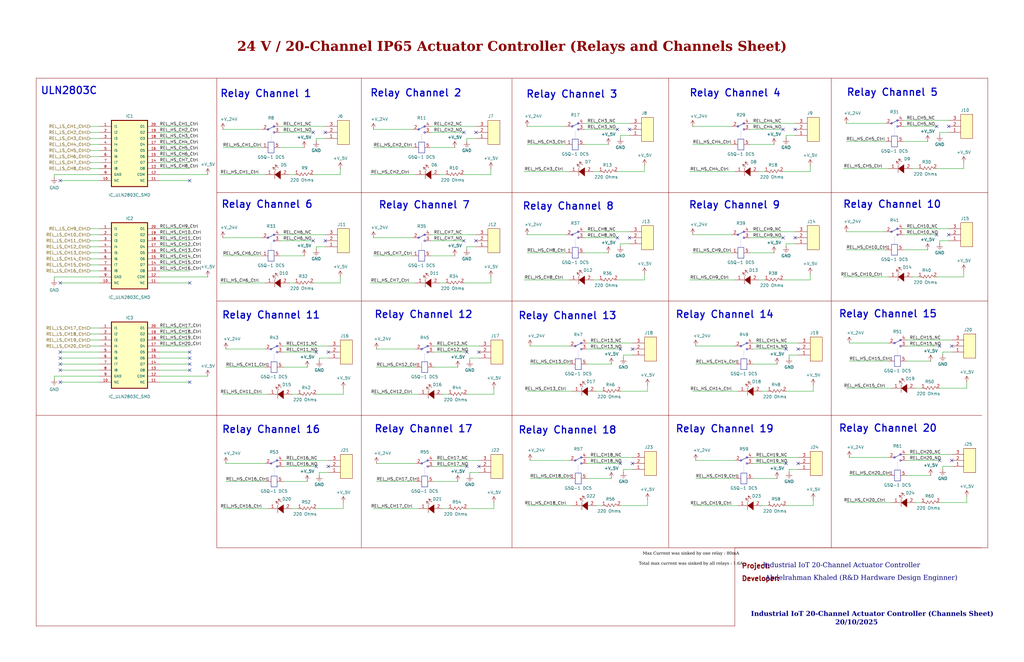
<source format=kicad_sch>
(kicad_sch (version 20250114) (generator "eeschema") (generator_version "9.0")
  (paper "B")
  (lib_symbols
    (symbol "Actuator Controller_IP65_24V_20_Channel-altium-import:CONN_Terminal Block 1x3_5.08mm" (pin_names (hide yes))
      (property "Reference" "J?" (at 0 0 0))
      (symbol "CONN_Terminal Block 1x3_5.08mm_1_0"
        (pin passive line (at 5.08 5.08 180) (length 5.08) (name "1") (number "1"))
        (pin passive line (at 5.08 2.54 180) (length 5.08) (name "2") (number "2"))
        (pin passive line (at 5.08 0 180) (length 5.08) (name "3") (number "3"))
      )
    )
    (symbol "Actuator Controller_IP65_24V_20_Channel-altium-import:IC_ULN2803A_SMD" (pin_names (offset 1.016))
      (property "Reference" "IC" (at -7.62 13.462 0))
      (property "Value" "IC_ULN2803C_SMD" (at -7.874 -18.288 0))
      (symbol "IC_ULN2803A_SMD_0_0"
        (pin input line (at -12.7 10.16 0) (length 5.08) (name "I1") (number "1"))
        (pin input line (at -12.7 7.62 0) (length 5.08) (name "I2") (number "2"))
        (pin input line (at -12.7 5.08 0) (length 5.08) (name "I3") (number "3"))
        (pin input line (at -12.7 2.54 0) (length 5.08) (name "I4") (number "4"))
        (pin input line (at -12.7 0 0) (length 5.08) (name "I5") (number "5"))
        (pin input line (at -12.7 -2.54 0) (length 5.08) (name "I6") (number "6"))
        (pin input line (at -12.7 -5.08 0) (length 5.08) (name "I7") (number "7"))
        (pin input line (at -12.7 -7.62 0) (length 5.08) (name "I8") (number "8"))
        (pin power_in line (at -12.7 -10.16 0) (length 5.08) (name "GND") (number "9"))
      )
      (symbol "IC_ULN2803A_SMD_1_0"
        (pin power_in line (at -12.7 -12.7 0) (length 5.08) (name "NC") (number "10"))
        (pin open_collector line (at 12.7 10.16 180) (length 5.08) (name "O1") (number "20"))
        (pin open_collector line (at 12.7 7.62 180) (length 5.08) (name "O2") (number "19"))
        (pin open_collector line (at 12.7 5.08 180) (length 5.08) (name "O3") (number "18"))
        (pin open_collector line (at 12.7 2.54 180) (length 5.08) (name "O4") (number "17"))
        (pin open_collector line (at 12.7 0 180) (length 5.08) (name "O5") (number "16"))
        (pin open_collector line (at 12.7 -2.54 180) (length 5.08) (name "O6") (number "15"))
        (pin open_collector line (at 12.7 -5.08 180) (length 5.08) (name "O7") (number "14"))
        (pin open_collector line (at 12.7 -7.62 180) (length 5.08) (name "O8") (number "13"))
        (pin passive line (at 12.7 -10.16 180) (length 5.08) (name "COM") (number "12"))
        (pin passive line (at 12.7 -12.7 180) (length 5.08) (name "NC") (number "11"))
      )
    )
    (symbol "Actuator Controller_IP65_24V_20_Channel-altium-import:LED_Red_SMD_0805"
      (property "Reference" "D?" (at 0.254 7.366 0))
      (property "Value" "Red Led" (at 0 0 0))
      (symbol "LED_Red_SMD_0805_1_0"
        (pin passive line (at -3.81 1.27 0) (length 3.556) (name "") (number "2"))
        (pin passive line (at 6.35 1.27 180) (length 3.81) (name "") (number "1"))
      )
    )
    (symbol "Actuator Controller_IP65_24V_20_Channel-altium-import:Relay_G5Q-1_DC5_SPDT_10A_5V"
      (property "Reference" "R?" (at 0 4.064 0))
      (property "Value" "G5Q-1 DC5" (at 0 0 0))
      (symbol "Relay_G5Q-1_DC5_SPDT_10A_5V_1_0"
        (pin passive line (at -3.81 1.27 270) (length 2.54) (name "") (number "1"))
        (pin passive line (at -3.81 -6.35 90) (length 2.54) (name "") (number "5"))
        (pin passive line (at 2.54 -6.35 90) (length 2.54) (name "") (number "3"))
        (pin passive line (at 3.81 1.27 270) (length 2.54) (name "") (number "2"))
        (pin passive line (at 5.08 -6.35 90) (length 2.54) (name "") (number "4"))
      )
    )
    (symbol "GP_Integrated_Library:root_3_Resistor 4.7Kohm_GP_Integrated_Library.IntLib" (pin_names (hide yes))
      (symbol "root_3_Resistor 4.7Kohm_GP_Integrated_Library.IntLib_1_0"
        (pin passive line (at 0 5.08 270) (length 1.27) (name "Pin_1") (number "1"))
        (pin passive line (at 0 -2.54 90) (length 1.27) (name "pin_2") (number "2"))
      )
    )
    (symbol "power:+3.3V" (power) (pin_numbers (hide yes)) (pin_names (offset 0) (hide yes))
      (property "Value" "+3.3V" (at 0 3.556 0))
      (symbol "+3.3V_1_1"
        (pin power_in line (at 0 0 90) (length 0) (name "~") (number "1"))
      )
    )
    (symbol "power:Earth" (power) (pin_numbers (hide yes)) (pin_names (offset 0) (hide yes))
      (property "Value" "Earth" (at 0 -3.81 0))
      (symbol "Earth_1_1"
        (pin power_in line (at 0 0 270) (length 0) (name "~") (number "1"))
      )
    )
  )
  (text "Relay Channel 5\n" (at 356.87 40.894 0) (effects (font (size 3.048 3.048) (thickness 0.4763)) (justify left bottom)))
  (text "Relay Channel 20" (at 353.568 182.626 0) (effects (font (size 3.048 3.048) (thickness 0.4763)) (justify left bottom)))
  (text "Relay Channel 13\n" (at 218.44 135.128 0) (effects (font (size 3.048 3.048) (thickness 0.4763)) (justify left bottom)))
  (text "Relay Channel 19" (at 284.734 182.88 0) (effects (font (size 3.048 3.048) (thickness 0.4763)) (justify left bottom)))
  (text "20/10/2025" (at 361.188 263.398 0) (effects (font (size 2.032 2.032) (thickness 0.4064) (bold yes))))
  (text "Relay Channel 11" (at 93.472 134.874 0) (effects (font (size 3.048 3.048) (thickness 0.4763)) (justify left bottom)))
  (text "Relay Channel 17" (at 157.734 182.88 0) (effects (font (size 3.048 3.048) (thickness 0.4763)) (justify left bottom)))
  (text "Relay Channel 4" (at 290.576 41.148 0) (effects (font (size 3.048 3.048) (thickness 0.4763)) (justify left bottom)))
  (text "Relay Channel 7\n" (at 159.512 88.392 0) (effects (font (size 3.048 3.048) (thickness 0.4763)) (justify left bottom)))
  (text "Relay Channel 16" (at 93.472 183.134 0) (effects (font (size 3.048 3.048) (thickness 0.4763)) (justify left bottom)))
  (text "Relay Channel 14" (at 284.734 134.62 0) (effects (font (size 3.048 3.048) (thickness 0.4763)) (justify left bottom)))
  (text "Relay Channel 2" (at 155.956 41.148 0) (effects (font (size 3.048 3.048) (thickness 0.4763)) (justify left bottom)))
  (text "Relay Channel 10\n" (at 355.346 88.138 0) (effects (font (size 3.048 3.048) (thickness 0.4763)) (justify left bottom)))
  (text "Developer:" (at 320.802 244.348 0) (effects (font (size 2.032 2.032) (thickness 0.4064) (bold yes))))
  (text "Relay Channel 6\n" (at 93.218 88.138 0) (effects (font (size 3.048 3.048) (thickness 0.4763)) (justify left bottom)))
  (text "Industrial IoT 20-Channel Actuator Controller" (at 354.838 239.268 0) (effects (font (size 2.032 2.032) (thickness 0.4064))))
  (text "Relay Channel 9" (at 290.322 88.392 0) (effects (font (size 3.048 3.048) (thickness 0.4763)) (justify left bottom)))
  (text "Relay Channel 12" (at 157.734 134.62 0) (effects (font (size 3.048 3.048) (thickness 0.4763)) (justify left bottom)))
  (text "24 V / 20-Channel IP65 Actuator Controller (Relays and Channels Sheet)" (at 215.9 21.082 0) (effects (font (size 4.064 4.064) (thickness 0.4064) (bold yes))))
  (text "Relay Channel 1" (at 92.71 41.402 0) (effects (font (size 3.048 3.048) (thickness 0.4763)) (justify left bottom)))
  (text "ULN2803C\n" (at 17.018 40.132 0) (effects (font (size 3.048 3.048) (thickness 0.4763)) (justify left bottom)))
  (text "Relay Channel 3\n" (at 221.742 41.656 0) (effects (font (size 3.048 3.048) (thickness 0.4763)) (justify left bottom)))
  (text "Industrial IoT 20-Channel Actuator Controller (Channels Sheet)" (at 367.792 259.842 0) (effects (font (size 2.032 2.032) (thickness 0.4064) (bold yes))))
  (text "Relay Channel 15\n" (at 353.568 134.366 0) (effects (font (size 3.048 3.048) (thickness 0.4763)) (justify left bottom)))
  (text "Project:" (at 318.77 239.014 0) (effects (font (size 2.032 2.032) (thickness 0.4064) (bold yes))))
  (text "Relay Channel 18" (at 218.44 183.388 0) (effects (font (size 3.048 3.048) (thickness 0.4763)) (justify left bottom)))
  (text "Relay Channel 8\n" (at 220.218 88.9 0) (effects (font (size 3.048 3.048) (thickness 0.4763)) (justify left bottom)))
  (text "Abdelrahman Khaled (R&D Hardware Design Enginner)" (at 363.22 244.602 0) (effects (font (size 2.032 2.032) (thickness 0.4064))))
  (text "Max Current was sinked by one relay : 80mA\n\nTotal max current was sinked by all relays : 1.6A" (at 291.338 236.22 0) (effects (font (size 1.27 1.27))))
  (no_connect (at 80.01 161.29))
  (no_connect (at 260.35 54.61))
  (no_connect (at 265.43 54.61))
  (no_connect (at 201.93 148.59))
  (no_connect (at 266.7 195.58))
  (no_connect (at 401.32 146.05))
  (no_connect (at 336.55 147.32))
  (no_connect (at 261.62 195.58))
  (no_connect (at 330.2 54.61))
  (no_connect (at 260.35 100.33))
  (no_connect (at 132.08 55.88))
  (no_connect (at 401.32 194.31))
  (no_connect (at 80.01 156.21))
  (no_connect (at 25.4 161.29))
  (no_connect (at 80.01 148.59))
  (no_connect (at 133.35 148.59))
  (no_connect (at 137.16 101.6))
  (no_connect (at 200.66 55.88))
  (no_connect (at 201.93 196.85))
  (no_connect (at 195.58 55.88))
  (no_connect (at 196.85 148.59))
  (no_connect (at 133.35 196.85))
  (no_connect (at 331.47 195.58))
  (no_connect (at 25.4 148.59))
  (no_connect (at 25.4 151.13))
  (no_connect (at 266.7 147.32))
  (no_connect (at 80.01 76.2))
  (no_connect (at 25.4 156.21))
  (no_connect (at 336.55 195.58))
  (no_connect (at 394.97 99.06))
  (no_connect (at 330.2 100.33))
  (no_connect (at 195.58 101.6))
  (no_connect (at 265.43 100.33))
  (no_connect (at 400.05 99.06))
  (no_connect (at 196.85 196.85))
  (no_connect (at 137.16 55.88))
  (no_connect (at 335.28 100.33))
  (no_connect (at 25.4 119.38))
  (no_connect (at 396.24 146.05))
  (no_connect (at 80.01 153.67))
  (no_connect (at 331.47 147.32))
  (no_connect (at 394.97 53.34))
  (no_connect (at 138.43 196.85))
  (no_connect (at 138.43 148.59))
  (no_connect (at 132.08 101.6))
  (no_connect (at 25.4 153.67))
  (no_connect (at 80.01 119.38))
  (no_connect (at 200.66 101.6))
  (no_connect (at 261.62 147.32))
  (no_connect (at 25.4 76.2))
  (no_connect (at 80.01 151.13))
  (no_connect (at 396.24 194.31))
  (no_connect (at 400.05 53.34))
  (no_connect (at 335.28 54.61))
  (wire (pts (xy 222.25 99.06) (xy 238.76 99.06)))
  (wire (pts (xy 374.65 200.66) (xy 358.14 200.66)))
  (wire (pts (xy 143.51 73.66) (xy 143.51 71.12)))
  (wire (pts (xy 381 50.8) (xy 400.05 50.8)))
  (wire (pts (xy 317.5 144.78) (xy 336.55 144.78)))
  (wire (pts (xy 38.1 68.58) (xy 41.91 68.58)))
  (wire (pts (xy 241.3 213.36) (xy 222.25 213.36)))
  (wire (pts (xy 332.74 149.86) (xy 332.74 151.13)))
  (wire (pts (xy 317.5 153.67) (xy 327.66 153.67)))
  (wire (pts (xy 397.51 148.59) (xy 397.51 149.86)))
  (wire (pts (xy 110.49 107.95) (xy 93.98 107.95)))
  (wire (pts (xy 158.75 147.32) (xy 175.26 147.32)))
  (wire (pts (xy 125.73 166.37) (xy 123.19 166.37)))
  (wire (pts (xy 157.48 100.33) (xy 173.99 100.33)))
  (polyline (pts (xy 15.24 33.02) (xy 416.56 33.02)) (stroke (width 0) (type solid) (color 132 0 0 1)))
  (wire (pts (xy 309.88 153.67) (xy 293.37 153.67)))
  (wire (pts (xy 382.27 194.31) (xy 396.24 194.31)))
  (wire (pts (xy 38.1 106.68) (xy 41.91 106.68)))
  (wire (pts (xy 397.51 148.59) (xy 401.32 148.59)))
  (wire (pts (xy 67.31 76.2) (xy 80.01 76.2)))
  (wire (pts (xy 133.35 214.63) (xy 144.78 214.63)))
  (wire (pts (xy 207.01 73.66) (xy 207.01 71.12)))
  (wire (pts (xy 387.35 116.84) (xy 384.81 116.84)))
  (wire (pts (xy 332.74 149.86) (xy 336.55 149.86)))
  (wire (pts (xy 394.97 116.84) (xy 406.4 116.84)))
  (wire (pts (xy 67.31 114.3) (xy 80.01 114.3)))
  (wire (pts (xy 292.1 53.34) (xy 308.61 53.34)))
  (wire (pts (xy 67.31 71.12) (xy 80.01 71.12)))
  (wire (pts (xy 396.24 212.09) (xy 407.67 212.09)))
  (wire (pts (xy 330.2 118.11) (xy 341.63 118.11)))
  (wire (pts (xy 67.31 148.59) (xy 80.01 148.59)))
  (wire (pts (xy 25.4 151.13) (xy 41.91 151.13)))
  (wire (pts (xy 67.31 143.51) (xy 80.01 143.51)))
  (wire (pts (xy 241.3 165.1) (xy 222.25 165.1)))
  (wire (pts (xy 67.31 104.14) (xy 80.01 104.14)))
  (wire (pts (xy 374.65 152.4) (xy 358.14 152.4)))
  (wire (pts (xy 246.38 106.68) (xy 256.54 106.68)))
  (wire (pts (xy 67.31 140.97) (xy 80.01 140.97)))
  (wire (pts (xy 67.31 53.34) (xy 80.01 53.34)))
  (wire (pts (xy 22.86 73.66) (xy 22.86 74.93)))
  (wire (pts (xy 25.4 119.38) (xy 41.91 119.38)))
  (wire (pts (xy 246.38 97.79) (xy 265.43 97.79)))
  (wire (pts (xy 182.88 146.05) (xy 201.93 146.05)))
  (polyline (pts (xy 152.4 231.14) (xy 152.4 33.02)) (stroke (width 0) (type solid) (color 132 0 0 1)))
  (wire (pts (xy 67.31 99.06) (xy 80.01 99.06)))
  (wire (pts (xy 406.4 71.12) (xy 406.4 68.58)))
  (wire (pts (xy 208.28 166.37) (xy 208.28 163.83)))
  (wire (pts (xy 124.46 119.38) (xy 121.92 119.38)))
  (wire (pts (xy 240.03 72.39) (xy 220.98 72.39)))
  (wire (pts (xy 407.67 163.83) (xy 407.67 161.29)))
  (wire (pts (xy 119.38 154.94) (xy 129.54 154.94)))
  (wire (pts (xy 382.27 143.51) (xy 401.32 143.51)))
  (wire (pts (xy 158.75 195.58) (xy 175.26 195.58)))
  (wire (pts (xy 342.9 213.36) (xy 342.9 210.82)))
  (wire (pts (xy 196.85 104.14) (xy 200.66 104.14)))
  (wire (pts (xy 38.1 96.52) (xy 41.91 96.52)))
  (wire (pts (xy 223.52 146.05) (xy 240.03 146.05)))
  (wire (pts (xy 67.31 109.22) (xy 80.01 109.22)))
  (wire (pts (xy 331.47 57.15) (xy 335.28 57.15)))
  (wire (pts (xy 38.1 146.05) (xy 41.91 146.05)))
  (wire (pts (xy 331.47 102.87) (xy 335.28 102.87)))
  (wire (pts (xy 261.62 102.87) (xy 261.62 104.14)))
  (wire (pts (xy 182.88 154.94) (xy 193.04 154.94)))
  (wire (pts (xy 113.03 214.63) (xy 93.98 214.63)))
  (wire (pts (xy 246.38 60.96) (xy 256.54 60.96)))
  (wire (pts (xy 342.9 165.1) (xy 342.9 162.56)))
  (wire (pts (xy 181.61 55.88) (xy 195.58 55.88)))
  (wire (pts (xy 25.4 76.2) (xy 41.91 76.2)))
  (wire (pts (xy 246.38 54.61) (xy 260.35 54.61)))
  (wire (pts (xy 22.86 158.75) (xy 22.86 160.02)))
  (wire (pts (xy 323.85 165.1) (xy 321.31 165.1)))
  (wire (pts (xy 176.53 214.63) (xy 157.48 214.63)))
  (wire (pts (xy 25.4 161.29) (xy 41.91 161.29)))
  (wire (pts (xy 316.23 54.61) (xy 330.2 54.61)))
  (wire (pts (xy 181.61 62.23) (xy 191.77 62.23)))
  (wire (pts (xy 181.61 53.34) (xy 200.66 53.34)))
  (wire (pts (xy 396.24 55.88) (xy 400.05 55.88)))
  (wire (pts (xy 381 105.41) (xy 391.16 105.41)))
  (wire (pts (xy 293.37 194.31) (xy 309.88 194.31)))
  (wire (pts (xy 38.1 99.06) (xy 41.91 99.06)))
  (wire (pts (xy 382.27 152.4) (xy 392.43 152.4)))
  (wire (pts (xy 67.31 58.42) (xy 80.01 58.42)))
  (wire (pts (xy 260.35 72.39) (xy 271.78 72.39)))
  (wire (pts (xy 95.25 147.32) (xy 111.76 147.32)))
  (wire (pts (xy 157.48 54.61) (xy 173.99 54.61)))
  (polyline (pts (xy 91.44 33.02) (xy 91.44 231.14)) (stroke (width 0) (type solid) (color 132 0 0 1)))
  (wire (pts (xy 38.1 53.34) (xy 41.91 53.34)))
  (wire (pts (xy 134.62 151.13) (xy 134.62 152.4)))
  (wire (pts (xy 222.25 53.34) (xy 238.76 53.34)))
  (wire (pts (xy 198.12 199.39) (xy 201.93 199.39)))
  (wire (pts (xy 124.46 73.66) (xy 121.92 73.66)))
  (wire (pts (xy 240.03 153.67) (xy 223.52 153.67)))
  (wire (pts (xy 176.53 166.37) (xy 157.48 166.37)))
  (wire (pts (xy 316.23 100.33) (xy 330.2 100.33)))
  (polyline (pts (xy 215.9 231.14) (xy 215.9 33.02)) (stroke (width 0) (type solid) (color 132 0 0 1)))
  (wire (pts (xy 331.47 213.36) (xy 342.9 213.36)))
  (wire (pts (xy 111.76 203.2) (xy 95.25 203.2)))
  (wire (pts (xy 25.4 148.59) (xy 41.91 148.59)))
  (wire (pts (xy 38.1 66.04) (xy 41.91 66.04)))
  (wire (pts (xy 311.15 213.36) (xy 292.1 213.36)))
  (wire (pts (xy 67.31 73.66) (xy 87.63 73.66)))
  (wire (pts (xy 356.87 52.07) (xy 373.38 52.07)))
  (wire (pts (xy 38.1 104.14) (xy 41.91 104.14)))
  (wire (pts (xy 22.86 116.84) (xy 41.91 116.84)))
  (wire (pts (xy 67.31 116.84) (xy 87.63 116.84)))
  (wire (pts (xy 262.89 198.12) (xy 266.7 198.12)))
  (polyline (pts (xy 350.52 231.14) (xy 350.52 33.02)) (stroke (width 0) (type solid) (color 132 0 0 1)))
  (wire (pts (xy 387.35 71.12) (xy 384.81 71.12)))
  (wire (pts (xy 38.1 60.96) (xy 41.91 60.96)))
  (wire (pts (xy 271.78 72.39) (xy 271.78 69.85)))
  (wire (pts (xy 182.88 196.85) (xy 196.85 196.85)))
  (wire (pts (xy 308.61 60.96) (xy 292.1 60.96)))
  (wire (pts (xy 381 99.06) (xy 394.97 99.06)))
  (wire (pts (xy 373.38 59.69) (xy 356.87 59.69)))
  (wire (pts (xy 252.73 72.39) (xy 250.19 72.39)))
  (wire (pts (xy 323.85 213.36) (xy 321.31 213.36)))
  (wire (pts (xy 181.61 107.95) (xy 191.77 107.95)))
  (wire (pts (xy 67.31 158.75) (xy 87.63 158.75)))
  (wire (pts (xy 175.26 73.66) (xy 156.21 73.66)))
  (polyline (pts (xy 309.88 264.16) (xy 309.88 231.14)) (stroke (width 0) (type solid) (color 132 0 0 1)))
  (wire (pts (xy 38.1 109.22) (xy 41.91 109.22)))
  (wire (pts (xy 38.1 101.6) (xy 41.91 101.6)))
  (wire (pts (xy 247.65 153.67) (xy 257.81 153.67)))
  (wire (pts (xy 134.62 151.13) (xy 138.43 151.13)))
  (wire (pts (xy 25.4 156.21) (xy 41.91 156.21)))
  (wire (pts (xy 175.26 203.2) (xy 158.75 203.2)))
  (wire (pts (xy 182.88 203.2) (xy 193.04 203.2)))
  (wire (pts (xy 133.35 58.42) (xy 133.35 59.69)))
  (wire (pts (xy 189.23 166.37) (xy 186.69 166.37)))
  (wire (pts (xy 67.31 153.67) (xy 80.01 153.67)))
  (wire (pts (xy 198.12 151.13) (xy 201.93 151.13)))
  (wire (pts (xy 182.88 148.59) (xy 196.85 148.59)))
  (wire (pts (xy 181.61 99.06) (xy 200.66 99.06)))
  (wire (pts (xy 407.67 212.09) (xy 407.67 209.55)))
  (wire (pts (xy 246.38 52.07) (xy 265.43 52.07)))
  (wire (pts (xy 119.38 194.31) (xy 138.43 194.31)))
  (polyline (pts (xy 15.24 175.26) (xy 91.44 175.26)) (stroke (width 0) (type solid) (color 132 0 0 1)))
  (polyline (pts (xy 416.56 231.14) (xy 416.56 33.02)) (stroke (width 0) (type solid) (color 132 0 0 1)))
  (wire (pts (xy 262.89 149.86) (xy 266.7 149.86)))
  (wire (pts (xy 196.85 58.42) (xy 200.66 58.42)))
  (wire (pts (xy 125.73 214.63) (xy 123.19 214.63)))
  (wire (pts (xy 356.87 97.79) (xy 373.38 97.79)))
  (wire (pts (xy 67.31 151.13) (xy 80.01 151.13)))
  (wire (pts (xy 375.92 212.09) (xy 356.87 212.09)))
  (wire (pts (xy 133.35 166.37) (xy 144.78 166.37)))
  (wire (pts (xy 374.65 71.12) (xy 355.6 71.12)))
  (wire (pts (xy 394.97 71.12) (xy 406.4 71.12)))
  (wire (pts (xy 67.31 63.5) (xy 80.01 63.5)))
  (wire (pts (xy 67.31 55.88) (xy 80.01 55.88)))
  (wire (pts (xy 332.74 198.12) (xy 336.55 198.12)))
  (wire (pts (xy 322.58 118.11) (xy 320.04 118.11)))
  (wire (pts (xy 118.11 107.95) (xy 128.27 107.95)))
  (wire (pts (xy 118.11 62.23) (xy 128.27 62.23)))
  (wire (pts (xy 93.98 54.61) (xy 110.49 54.61)))
  (wire (pts (xy 95.25 195.58) (xy 111.76 195.58)))
  (wire (pts (xy 134.62 199.39) (xy 134.62 200.66)))
  (wire (pts (xy 175.26 154.94) (xy 158.75 154.94)))
  (wire (pts (xy 316.23 52.07) (xy 335.28 52.07)))
  (wire (pts (xy 397.51 196.85) (xy 401.32 196.85)))
  (wire (pts (xy 331.47 165.1) (xy 342.9 165.1)))
  (wire (pts (xy 119.38 203.2) (xy 129.54 203.2)))
  (wire (pts (xy 38.1 138.43) (xy 41.91 138.43)))
  (wire (pts (xy 388.62 163.83) (xy 386.08 163.83)))
  (wire (pts (xy 198.12 151.13) (xy 198.12 152.4)))
  (wire (pts (xy 118.11 99.06) (xy 137.16 99.06)))
  (wire (pts (xy 133.35 58.42) (xy 137.16 58.42)))
  (wire (pts (xy 261.62 57.15) (xy 261.62 58.42)))
  (wire (pts (xy 381 59.69) (xy 391.16 59.69)))
  (polyline (pts (xy 91.44 81.28) (xy 416.56 81.28)) (stroke (width 0) (type solid) (color 132 0 0 1)))
  (wire (pts (xy 247.65 201.93) (xy 257.81 201.93)))
  (wire (pts (xy 311.15 165.1) (xy 292.1 165.1)))
  (wire (pts (xy 261.62 213.36) (xy 273.05 213.36)))
  (wire (pts (xy 382.27 200.66) (xy 392.43 200.66)))
  (wire (pts (xy 195.58 73.66) (xy 207.01 73.66)))
  (wire (pts (xy 195.58 119.38) (xy 207.01 119.38)))
  (wire (pts (xy 173.99 62.23) (xy 157.48 62.23)))
  (wire (pts (xy 144.78 214.63) (xy 144.78 212.09)))
  (wire (pts (xy 67.31 66.04) (xy 80.01 66.04)))
  (wire (pts (xy 261.62 102.87) (xy 265.43 102.87)))
  (wire (pts (xy 374.65 116.84) (xy 355.6 116.84)))
  (wire (pts (xy 341.63 118.11) (xy 341.63 115.57)))
  (polyline (pts (xy 281.94 231.14) (xy 281.94 33.02)) (stroke (width 0) (type solid) (color 132 0 0 1)))
  (polyline (pts (xy 91.44 127) (xy 416.56 127)) (stroke (width 0) (type solid) (color 132 0 0 1)))
  (wire (pts (xy 207.01 119.38) (xy 207.01 116.84)))
  (wire (pts (xy 119.38 146.05) (xy 138.43 146.05)))
  (wire (pts (xy 111.76 73.66) (xy 92.71 73.66)))
  (wire (pts (xy 292.1 99.06) (xy 308.61 99.06)))
  (wire (pts (xy 144.78 166.37) (xy 144.78 163.83)))
  (wire (pts (xy 396.24 55.88) (xy 396.24 57.15)))
  (wire (pts (xy 261.62 165.1) (xy 273.05 165.1)))
  (wire (pts (xy 38.1 71.12) (xy 41.91 71.12)))
  (wire (pts (xy 309.88 72.39) (xy 290.83 72.39)))
  (wire (pts (xy 119.38 148.59) (xy 133.35 148.59)))
  (wire (pts (xy 67.31 60.96) (xy 80.01 60.96)))
  (wire (pts (xy 309.88 201.93) (xy 293.37 201.93)))
  (polyline (pts (xy 91.44 231.14) (xy 414.02 231.14)) (stroke (width 0) (type solid) (color 132 0 0 1)))
  (wire (pts (xy 67.31 106.68) (xy 80.01 106.68)))
  (polyline (pts (xy 309.88 231.14) (xy 416.56 231.14)) (stroke (width 0) (type solid) (color 132 0 0 1)))
  (wire (pts (xy 196.85 104.14) (xy 196.85 105.41)))
  (wire (pts (xy 261.62 57.15) (xy 265.43 57.15)))
  (wire (pts (xy 133.35 104.14) (xy 133.35 105.41)))
  (wire (pts (xy 317.5 147.32) (xy 331.47 147.32)))
  (wire (pts (xy 38.1 58.42) (xy 41.91 58.42)))
  (wire (pts (xy 382.27 191.77) (xy 401.32 191.77)))
  (wire (pts (xy 187.96 73.66) (xy 185.42 73.66)))
  (wire (pts (xy 93.98 100.33) (xy 110.49 100.33)))
  (wire (pts (xy 308.61 106.68) (xy 292.1 106.68)))
  (wire (pts (xy 247.65 195.58) (xy 261.62 195.58)))
  (wire (pts (xy 260.35 118.11) (xy 271.78 118.11)))
  (wire (pts (xy 22.86 73.66) (xy 41.91 73.66)))
  (wire (pts (xy 316.23 106.68) (xy 326.39 106.68)))
  (wire (pts (xy 396.24 101.6) (xy 396.24 102.87)))
  (wire (pts (xy 331.47 57.15) (xy 331.47 58.42)))
  (wire (pts (xy 332.74 198.12) (xy 332.74 199.39)))
  (wire (pts (xy 271.78 118.11) (xy 271.78 115.57)))
  (wire (pts (xy 182.88 194.31) (xy 201.93 194.31)))
  (wire (pts (xy 331.47 102.87) (xy 331.47 104.14)))
  (wire (pts (xy 173.99 107.95) (xy 157.48 107.95)))
  (wire (pts (xy 309.88 118.11) (xy 290.83 118.11)))
  (wire (pts (xy 293.37 146.05) (xy 309.88 146.05)))
  (wire (pts (xy 358.14 144.78) (xy 374.65 144.78)))
  (wire (pts (xy 38.1 140.97) (xy 41.91 140.97)))
  (wire (pts (xy 67.31 111.76) (xy 80.01 111.76)))
  (wire (pts (xy 38.1 114.3) (xy 41.91 114.3)))
  (wire (pts (xy 316.23 97.79) (xy 335.28 97.79)))
  (wire (pts (xy 396.24 101.6) (xy 400.05 101.6)))
  (wire (pts (xy 118.11 55.88) (xy 132.08 55.88)))
  (wire (pts (xy 358.14 193.04) (xy 374.65 193.04)))
  (wire (pts (xy 240.03 201.93) (xy 223.52 201.93)))
  (wire (pts (xy 22.86 158.75) (xy 41.91 158.75)))
  (wire (pts (xy 330.2 72.39) (xy 341.63 72.39)))
  (wire (pts (xy 375.92 163.83) (xy 356.87 163.83)))
  (wire (pts (xy 132.08 119.38) (xy 143.51 119.38)))
  (wire (pts (xy 273.05 165.1) (xy 273.05 162.56)))
  (wire (pts (xy 238.76 60.96) (xy 222.25 60.96)))
  (wire (pts (xy 316.23 60.96) (xy 326.39 60.96)))
  (wire (pts (xy 322.58 72.39) (xy 320.04 72.39)))
  (wire (pts (xy 111.76 119.38) (xy 92.71 119.38)))
  (polyline (pts (xy 15.24 264.16) (xy 309.88 264.16)) (stroke (width 0) (type solid) (color 132 0 0 1)))
  (wire (pts (xy 38.1 55.88) (xy 41.91 55.88)))
  (wire (pts (xy 175.26 119.38) (xy 156.21 119.38)))
  (wire (pts (xy 262.89 149.86) (xy 262.89 151.13)))
  (wire (pts (xy 132.08 73.66) (xy 143.51 73.66)))
  (wire (pts (xy 113.03 166.37) (xy 93.98 166.37)))
  (wire (pts (xy 67.31 119.38) (xy 80.01 119.38)))
  (wire (pts (xy 247.65 144.78) (xy 266.7 144.78)))
  (wire (pts (xy 382.27 146.05) (xy 396.24 146.05)))
  (wire (pts (xy 254 213.36) (xy 251.46 213.36)))
  (wire (pts (xy 181.61 101.6) (xy 195.58 101.6)))
  (wire (pts (xy 238.76 106.68) (xy 222.25 106.68)))
  (wire (pts (xy 38.1 143.51) (xy 41.91 143.51)))
  (wire (pts (xy 67.31 101.6) (xy 80.01 101.6)))
  (wire (pts (xy 262.89 198.12) (xy 262.89 199.39)))
  (wire (pts (xy 143.51 119.38) (xy 143.51 116.84)))
  (wire (pts (xy 111.76 154.94) (xy 95.25 154.94)))
  (wire (pts (xy 247.65 147.32) (xy 261.62 147.32)))
  (wire (pts (xy 373.38 105.41) (xy 356.87 105.41)))
  (wire (pts (xy 187.96 119.38) (xy 185.42 119.38)))
  (wire (pts (xy 246.38 100.33) (xy 260.35 100.33)))
  (wire (pts (xy 240.03 118.11) (xy 220.98 118.11)))
  (wire (pts (xy 67.31 138.43) (xy 80.01 138.43)))
  (wire (pts (xy 198.12 199.39) (xy 198.12 200.66)))
  (wire (pts (xy 22.86 116.84) (xy 22.86 118.11)))
  (wire (pts (xy 67.31 68.58) (xy 80.01 68.58)))
  (wire (pts (xy 133.35 104.14) (xy 137.16 104.14)))
  (wire (pts (xy 38.1 63.5) (xy 41.91 63.5)))
  (wire (pts (xy 67.31 156.21) (xy 80.01 156.21)))
  (wire (pts (xy 196.85 58.42) (xy 196.85 59.69)))
  (wire (pts (xy 118.11 53.34) (xy 137.16 53.34)))
  (wire (pts (xy 223.52 194.31) (xy 240.03 194.31)))
  (wire (pts (xy 67.31 161.29) (xy 80.01 161.29)))
  (wire (pts (xy 119.38 196.85) (xy 133.35 196.85)))
  (polyline (pts (xy 15.24 33.02) (xy 15.24 264.16)) (stroke (width 0) (type solid) (color 132 0 0 1)))
  (wire (pts (xy 381 96.52) (xy 400.05 96.52)))
  (wire (pts (xy 381 53.34) (xy 394.97 53.34)))
  (wire (pts (xy 388.62 212.09) (xy 386.08 212.09)))
  (wire (pts (xy 254 165.1) (xy 251.46 165.1)))
  (wire (pts (xy 396.24 163.83) (xy 407.67 163.83)))
  (wire (pts (xy 110.49 62.23) (xy 93.98 62.23)))
  (wire (pts (xy 247.65 193.04) (xy 266.7 193.04)))
  (wire (pts (xy 406.4 116.84) (xy 406.4 114.3)))
  (wire (pts (xy 196.85 166.37) (xy 208.28 166.37)))
  (wire (pts (xy 196.85 214.63) (xy 208.28 214.63)))
  (wire (pts (xy 38.1 111.76) (xy 41.91 111.76)))
  (wire (pts (xy 317.5 193.04) (xy 336.55 193.04)))
  (wire (pts (xy 397.51 196.85) (xy 397.51 198.12)))
  (wire (pts (xy 317.5 201.93) (xy 327.66 201.93)))
  (wire (pts (xy 252.73 118.11) (xy 250.19 118.11)))
  (wire (pts (xy 25.4 153.67) (xy 41.91 153.67)))
  (polyline (pts (xy 91.44 175.26) (xy 414.02 175.26)) (stroke (width 0) (type solid) (color 132 0 0 1)))
  (wire (pts (xy 118.11 101.6) (xy 132.08 101.6)))
  (wire (pts (xy 134.62 199.39) (xy 138.43 199.39)))
  (wire (pts (xy 67.31 146.05) (xy 80.01 146.05)))
  (wire (pts (xy 317.5 195.58) (xy 331.47 195.58)))
  (wire (pts (xy 67.31 96.52) (xy 80.01 96.52)))
  (wire (pts (xy 341.63 72.39) (xy 341.63 69.85)))
  (wire (pts (xy 208.28 214.63) (xy 208.28 212.09)))
  (wire (pts (xy 273.05 213.36) (xy 273.05 210.82)))
  (wire (pts (xy 189.23 214.63) (xy 186.69 214.63)))
  (label "REL_HS_CH11_Ctrl" (at 67.31 101.6 0))
  (label "REL_CH16_NO" (at 120.65 196.85 0))
  (label "REL_HS_CH12_Ctrl" (at 158.75 154.94 0))
  (label "REL_HS_CH8_Ctrl" (at 67.31 71.12 0))
  (label "REL_HS_CH2_Ctrl" (at 172.72 73.66 180))
  (label "REL_HS_CH3_Ctrl" (at 222.25 60.96 0))
  (label "REL_CH18_NO" (at 248.92 195.58 0))
  (label "REL_HS_CH15_Ctrl" (at 373.38 163.83 180))
  (label "REL_CH15_NO" (at 383.54 146.05 0))
  (label "REL_HS_CH19_Ctrl" (at 293.37 201.93 0))
  (label "REL_CH16_NC" (at 120.65 194.31 0))
  (label "REL_CH2_NC" (at 182.88 53.34 0))
  (label "REL_CH11_NC" (at 120.65 146.05 0))
  (label "REL_CH9_NO" (at 317.5 100.33 0))
  (label "REL_HS_CH4_Ctrl" (at 292.1 60.96 0))
  (label "REL_CH3_NO" (at 247.65 54.61 0))
  (label "REL_HS_CH7_Ctrl" (at 157.48 107.95 0))
  (label "REL_CH8_NC" (at 247.65 97.79 0))
  (label "REL_CH13_NC" (at 248.92 144.78 0))
  (label "REL_HS_CH17_Ctrl" (at 158.75 203.2 0))
  (label "REL_CH17_NC" (at 184.15 194.31 0))
  (label "REL_HS_CH20_Ctrl" (at 373.38 212.09 180))
  (label "REL_CH8_NO" (at 247.65 100.33 0))
  (label "REL_CH19_NC" (at 318.77 193.04 0))
  (label "REL_CH14_NO" (at 318.77 147.32 0))
  (label "REL_HS_CH17_Ctrl" (at 173.99 214.63 180))
  (label "REL_HS_CH3_Ctrl" (at 67.31 58.42 0))
  (label "REL_CH7_NO" (at 182.88 101.6 0))
  (label "REL_CH9_NC" (at 317.5 97.79 0))
  (label "REL_CH19_NO" (at 318.77 195.58 0))
  (label "REL_HS_CH4_Ctrl" (at 67.31 60.96 0))
  (label "REL_HS_CH9_Ctrl" (at 307.34 118.11 180))
  (label "REL_CH5_NC" (at 382.27 50.8 0))
  (label "REL_HS_CH2_Ctrl" (at 157.48 62.23 0))
  (label "REL_HS_CH12_Ctrl" (at 173.99 166.37 180))
  (label "REL_HS_CH13_Ctrl" (at 223.52 153.67 0))
  (label "REL_HS_CH1_Ctrl" (at 67.31 53.34 0))
  (label "REL_HS_CH7_Ctrl" (at 172.72 119.38 180))
  (label "REL_HS_CH7_Ctrl" (at 67.31 68.58 0))
  (label "REL_CH10_NO" (at 382.27 99.06 0))
  (label "REL_HS_CH15_Ctrl" (at 67.31 111.76 0))
  (label "REL_HS_CH1_Ctrl" (at 109.22 73.66 180))
  (label "REL_HS_CH6_Ctrl" (at 93.98 107.95 0))
  (label "REL_HS_CH5_Ctrl" (at 356.87 59.69 0))
  (label "REL_HS_CH11_Ctrl" (at 95.25 154.94 0))
  (label "REL_HS_CH10_Ctrl" (at 356.87 105.41 0))
  (label "REL_CH10_NC" (at 382.27 96.52 0))
  (label "REL_CH15_NC" (at 383.54 143.51 0))
  (label "REL_HS_CH13_Ctrl" (at 67.31 106.68 0))
  (label "REL_HS_CH9_Ctrl" (at 292.1 106.68 0))
  (label "REL_CH5_NO" (at 382.27 53.34 0))
  (label "REL_HS_CH2_Ctrl" (at 67.31 55.88 0))
  (label "REL_CH4_NO" (at 317.5 54.61 0))
  (label "REL_HS_CH16_Ctrl" (at 67.31 114.3 0))
  (label "REL_HS_CH3_Ctrl" (at 237.49 72.39 180))
  (label "REL_HS_CH15_Ctrl" (at 358.14 152.4 0))
  (label "REL_HS_CH4_Ctrl" (at 307.34 72.39 180))
  (label "REL_HS_CH19_Ctrl" (at 67.31 143.51 0))
  (label "REL_HS_CH14_Ctrl" (at 67.31 109.22 0))
  (label "REL_HS_CH6_Ctrl" (at 109.22 119.38 180))
  (label "REL_HS_CH14_Ctrl" (at 293.37 153.67 0))
  (label "REL_HS_CH11_Ctrl" (at 110.49 166.37 180))
  (label "REL_HS_CH18_Ctrl" (at 238.76 213.36 180))
  (label "REL_CH1_NC" (at 119.38 53.34 0))
  (label "REL_CH12_NC" (at 184.15 146.05 0))
  (label "REL_CH13_NO" (at 248.92 147.32 0))
  (label "REL_HS_CH8_Ctrl" (at 237.49 118.11 180))
  (label "REL_CH20_NO" (at 383.54 194.31 0))
  (label "REL_CH6_NC" (at 119.38 99.06 0))
  (label "REL_CH18_NC" (at 248.92 193.04 0))
  (label "REL_HS_CH9_Ctrl" (at 67.31 96.52 0))
  (label "REL_HS_CH8_Ctrl" (at 222.25 106.68 0))
  (label "REL_HS_CH12_Ctrl" (at 67.31 104.14 0))
  (label "REL_CH4_NC" (at 317.5 52.07 0))
  (label "REL_CH6_NO" (at 119.38 101.6 0))
  (label "REL_HS_CH19_Ctrl" (at 308.61 213.36 180))
  (label "REL_HS_CH10_Ctrl" (at 372.11 116.84 180))
  (label "REL_HS_CH14_Ctrl" (at 308.61 165.1 180))
  (label "REL_CH7_NC" (at 182.88 99.06 0))
  (label "REL_HS_CH1_Ctrl" (at 93.98 62.23 0))
  (label "REL_HS_CH18_Ctrl" (at 67.31 140.97 0))
  (label "REL_HS_CH16_Ctrl" (at 95.25 203.2 0))
  (label "REL_CH12_NO" (at 184.15 148.59 0))
  (label "REL_CH14_NC" (at 318.77 144.78 0))
  (label "REL_HS_CH20_Ctrl" (at 67.31 146.05 0))
  (label "REL_CH20_NC" (at 383.54 191.77 0))
  (label "REL_CH2_NO" (at 182.88 55.88 0))
  (label "REL_HS_CH10_Ctrl" (at 67.31 99.06 0))
  (label "REL_CH1_NO" (at 119.38 55.88 0))
  (label "REL_HS_CH17_Ctrl" (at 67.31 138.43 0))
  (label "REL_HS_CH13_Ctrl" (at 238.76 165.1 180))
  (label "REL_HS_CH16_Ctrl" (at 110.49 214.63 180))
  (label "REL_HS_CH20_Ctrl" (at 358.14 200.66 0))
  (label "REL_CH17_NO" (at 184.15 196.85 0))
  (label "REL_CH11_NO" (at 120.65 148.59 0))
  (label "REL_HS_CH5_Ctrl" (at 372.11 71.12 180))
  (label "REL_HS_CH6_Ctrl" (at 67.31 66.04 0))
  (label "REL_HS_CH18_Ctrl" (at 223.52 201.93 0))
  (label "REL_CH3_NC" (at 247.65 52.07 0))
  (label "REL_HS_CH5_Ctrl" (at 67.31 63.5 0))
  (hierarchical_label "REL_LS_CH4_Ctrl" (shape input) (at 38.1 60.96 180))
  (hierarchical_label "REL_LS_CH19_Ctrl" (shape input) (at 38.1 143.51 180))
  (hierarchical_label "REL_LS_CH15_Ctrl" (shape input) (at 38.1 111.76 180))
  (hierarchical_label "REL_LS_CH6_Ctrl" (shape input) (at 38.1 66.04 180))
  (hierarchical_label "REL_LS_CH18_Ctrl" (shape input) (at 38.1 140.97 180))
  (hierarchical_label "REL_LS_CH7_Ctrl" (shape input) (at 38.1 68.58 180))
  (hierarchical_label "REL_LS_CH12_Ctrl" (shape input) (at 38.1 104.14 180))
  (hierarchical_label "REL_LS_CH2_Ctrl" (shape input) (at 38.1 55.88 180))
  (hierarchical_label "REL_LS_CH9_Ctrl" (shape input) (at 38.1 96.52 180))
  (hierarchical_label "REL_LS_CH20_Ctrl" (shape input) (at 38.1 146.05 180))
  (hierarchical_label "REL_LS_CH14_Ctrl" (shape input) (at 38.1 109.22 180))
  (hierarchical_label "REL_LS_CH13_Ctrl" (shape input) (at 38.1 106.68 180))
  (hierarchical_label "REL_LS_CH11_Ctrl" (shape input) (at 38.1 101.6 180))
  (hierarchical_label "REL_LS_CH1_Ctrl" (shape input) (at 38.1 53.34 180))
  (hierarchical_label "REL_LS_CH5_Ctrl" (shape input) (at 38.1 63.5 180))
  (hierarchical_label "REL_LS_CH3_Ctrl" (shape input) (at 38.1 58.42 180))
  (hierarchical_label "REL_LS_CH10_Ctrl" (shape input) (at 38.1 99.06 180))
  (hierarchical_label "REL_LS_CH17_Ctrl" (shape input) (at 38.1 138.43 180))
  (hierarchical_label "REL_LS_CH16_Ctrl" (shape input) (at 38.1 114.3 180))
  (hierarchical_label "REL_LS_CH8_Ctrl" (shape input) (at 38.1 71.12 180))
  (symbol (lib_id "power:+3.3V") (at 341.63 69.85 0) (mirror y) (unit 1)
    (property "Reference" "#PWR055" (effects (hide yes)))
    (property "Value" "+V_5V" (at 341.63 65.532 0))
    (property "Description" "Power symbol creates a global label with name \"+3.3V\"" (effects (hide yes)))
  )
  (symbol (lib_id "Actuator Controller_IP65_24V_20_Channel-altium-import:LED_Red_SMD_0805") (at 181.61 120.65 0) (mirror y) (unit 1)
    (property "Reference" "D11" (at 183.134 115.316 0))
    (property "Value" "Red Led" (effects (hide yes)))
    (property "Footprint" "Actuator_20Ch_24V_FootPrints:LED_RED_SMD_0805" (effects (hide yes)))
    (property "Datasheet" "https://www.digikey.com/en/products/detail/w%C3%BCrth-elektronik/150080SS75000/4489921" (effects (hide yes)))
    (property "Description" "Red 630nm LED Indication - Discrete 1.9V 0805 (2012 Metric)" (effects (hide yes)))
    (property "Market Link" "https://www.digikey.com/en/products/detail/w%C3%BCrth-elektronik/150080SS75000/4489921" (effects (hide yes)))
  )
  (symbol (lib_id "Actuator Controller_IP65_24V_20_Channel-altium-import:LED_Red_SMD_0805") (at 246.38 119.38 0) (mirror y) (unit 1)
    (property "Reference" "D12" (at 247.904 114.046 0))
    (property "Value" "Red Led" (effects (hide yes)))
    (property "Footprint" "Actuator_20Ch_24V_FootPrints:LED_RED_SMD_0805" (effects (hide yes)))
    (property "Datasheet" "https://www.digikey.com/en/products/detail/w%C3%BCrth-elektronik/150080SS75000/4489921" (effects (hide yes)))
    (property "Description" "Red 630nm LED Indication - Discrete 1.9V 0805 (2012 Metric)" (effects (hide yes)))
    (property "Market Link" "https://www.digikey.com/en/products/detail/w%C3%BCrth-elektronik/150080SS75000/4489921" (effects (hide yes)))
  )
  (symbol (lib_id "power:+3.3V") (at 257.81 201.93 0) (unit 1)
    (property "Reference" "#PWR0116" (effects (hide yes)))
    (property "Value" "+V_5V" (at 257.81 197.612 0))
    (property "Description" "Power symbol creates a global label with name \"+3.3V\"" (effects (hide yes)))
  )
  (symbol (lib_id "power:+3.3V") (at 157.48 54.61 0) (unit 1)
    (property "Reference" "#PWR046" (effects (hide yes)))
    (property "Value" "+V_24V" (at 160.02 50.292 0))
    (property "Description" "Power symbol creates a global label with name \"+3.3V\"" (effects (hide yes)))
  )
  (symbol (lib_id "Actuator Controller_IP65_24V_20_Channel-altium-import:LED_Red_SMD_0805") (at 381 72.39 0) (mirror y) (unit 1)
    (property "Reference" "D9" (at 382.524 67.056 0))
    (property "Value" "Red Led" (effects (hide yes)))
    (property "Footprint" "Actuator_20Ch_24V_FootPrints:LED_RED_SMD_0805" (effects (hide yes)))
    (property "Datasheet" "https://www.digikey.com/en/products/detail/w%C3%BCrth-elektronik/150080SS75000/4489921" (effects (hide yes)))
    (property "Description" "Red 630nm LED Indication - Discrete 1.9V 0805 (2012 Metric)" (effects (hide yes)))
    (property "Market Link" "https://www.digikey.com/en/products/detail/w%C3%BCrth-elektronik/150080SS75000/4489921" (effects (hide yes)))
  )
  (symbol (lib_id "power:+3.3V") (at 95.25 195.58 0) (unit 1)
    (property "Reference" "#PWR0106" (effects (hide yes)))
    (property "Value" "+V_24V" (at 97.79 191.262 0))
    (property "Description" "Power symbol creates a global label with name \"+3.3V\"" (effects (hide yes)))
  )
  (symbol (lib_id "power:+3.3V") (at 392.43 200.66 0) (unit 1)
    (property "Reference" "#PWR0124" (effects (hide yes)))
    (property "Value" "+V_5V" (at 392.43 196.342 0))
    (property "Description" "Power symbol creates a global label with name \"+3.3V\"" (effects (hide yes)))
  )
  (symbol (lib_id "Actuator Controller_IP65_24V_20_Channel-altium-import:CONN_Terminal Block 1x3_5.08mm") (at 270.51 52.07 180) (unit 1)
    (property "Reference" "J8" (at 270.51 47.752 0) (effects (justify right)))
    (property "Footprint" "Actuator_20Ch_24V_FootPrints:CONN_Termincal Block_PHOENIX_1715734" (effects (hide yes)))
    (property "Description" "Pin Header male (2.54mm) 1X40 Straight Long (20 CM)" (effects (hide yes)))
  )
  (symbol (lib_id "Actuator Controller_IP65_24V_20_Channel-altium-import:LED_Red_SMD_0805") (at 316.23 73.66 0) (mirror y) (unit 1)
    (property "Reference" "D8" (at 317.754 68.326 0))
    (property "Value" "Red Led" (effects (hide yes)))
    (property "Footprint" "Actuator_20Ch_24V_FootPrints:LED_RED_SMD_0805" (effects (hide yes)))
    (property "Datasheet" "https://www.digikey.com/en/products/detail/w%C3%BCrth-elektronik/150080SS75000/4489921" (effects (hide yes)))
    (property "Description" "Red 630nm LED Indication - Discrete 1.9V 0805 (2012 Metric)" (effects (hide yes)))
    (property "Market Link" "https://www.digikey.com/en/products/detail/w%C3%BCrth-elektronik/150080SS75000/4489921" (effects (hide yes)))
  )
  (symbol (lib_id "power:+3.3V") (at 191.77 62.23 0) (unit 1)
    (property "Reference" "#PWR048" (effects (hide yes)))
    (property "Value" "+V_5V" (at 191.77 57.912 0))
    (property "Description" "Power symbol creates a global label with name \"+3.3V\"" (effects (hide yes)))
  )
  (symbol (lib_id "GP_Integrated_Library:root_3_Resistor 4.7Kohm_GP_Integrated_Library.IntLib") (at 193.04 119.38 90) (mirror x) (unit 1)
    (property "Reference" "R34" (at 193.294 117.348 90) (effects (justify left bottom)))
    (property "Value" "220 Ohms" (at 195.834 122.428 90) (effects (justify left bottom)))
    (property "Footprint" "Actuator Controller_IP65_24V_20_Channel:RES_SMD_1206" (effects (hide yes)))
    (property "Description" "SMD Resistor (220 ohm , 1/4W)" (effects (hide yes)))
    (property "COMPONENTLINK1DESCRIPTION" "Part Number" (effects (hide yes)))
    (property "COMPONENTLINK1URL" "A1-20-1206-4.7K" (effects (hide yes)))
    (property "COMPONENTLINK2DESCRIPTION" "Market Link" (effects (hide yes)))
    (property "COMPONENTLINK2URL" "https://free-electronic.com/product/smd-resistor-4-7-kohm-1-4w/" (effects (hide yes)))
  )
  (symbol (lib_id "Actuator Controller_IP65_24V_20_Channel-altium-import:LED_Red_SMD_0805") (at 182.88 215.9 0) (mirror y) (unit 1)
    (property "Reference" "D21" (at 184.404 210.566 0))
    (property "Value" "Red Led" (effects (hide yes)))
    (property "Footprint" "Actuator_20Ch_24V_FootPrints:LED_RED_SMD_0805" (effects (hide yes)))
    (property "Datasheet" "https://www.digikey.com/en/products/detail/w%C3%BCrth-elektronik/150080SS75000/4489921" (effects (hide yes)))
    (property "Description" "Red 630nm LED Indication - Discrete 1.9V 0805 (2012 Metric)" (effects (hide yes)))
    (property "Market Link" "https://www.digikey.com/en/products/detail/w%C3%BCrth-elektronik/150080SS75000/4489921" (effects (hide yes)))
  )
  (symbol (lib_id "power:+3.3V") (at 87.63 158.75 0) (unit 1)
    (property "Reference" "#PWR069" (effects (hide yes)))
    (property "Value" "+V_5V" (at 87.63 154.432 0))
    (property "Description" "Power symbol creates a global label with name \"+3.3V\"" (effects (hide yes)))
  )
  (symbol (lib_id "GP_Integrated_Library:root_3_Resistor 4.7Kohm_GP_Integrated_Library.IntLib") (at 393.7 212.09 90) (mirror x) (unit 1)
    (property "Reference" "R60" (at 393.954 210.058 90) (effects (justify left bottom)))
    (property "Value" "220 Ohms" (at 396.494 215.138 90) (effects (justify left bottom)))
    (property "Footprint" "Actuator Controller_IP65_24V_20_Channel:RES_SMD_1206" (effects (hide yes)))
    (property "Description" "SMD Resistor (220 ohm , 1/4W)" (effects (hide yes)))
    (property "COMPONENTLINK1DESCRIPTION" "Part Number" (effects (hide yes)))
    (property "COMPONENTLINK1URL" "A1-20-1206-4.7K" (effects (hide yes)))
    (property "COMPONENTLINK2DESCRIPTION" "Market Link" (effects (hide yes)))
    (property "COMPONENTLINK2URL" "https://free-electronic.com/product/smd-resistor-4-7-kohm-1-4w/" (effects (hide yes)))
  )
  (symbol (lib_id "Actuator Controller_IP65_24V_20_Channel-altium-import:CONN_Terminal Block 1x3_5.08mm") (at 205.74 53.34 180) (unit 1)
    (property "Reference" "J7" (at 205.74 49.022 0) (effects (justify right)))
    (property "Footprint" "Actuator_20Ch_24V_FootPrints:CONN_Termincal Block_PHOENIX_1715734" (effects (hide yes)))
    (property "Description" "Pin Header male (2.54mm) 1X40 Straight Long (20 CM)" (effects (hide yes)))
  )
  (symbol (lib_id "power:+3.3V") (at 256.54 106.68 0) (unit 1)
    (property "Reference" "#PWR076" (effects (hide yes)))
    (property "Value" "+V_5V" (at 256.54 102.362 0))
    (property "Description" "Power symbol creates a global label with name \"+3.3V\"" (effects (hide yes)))
  )
  (symbol (lib_id "power:+3.3V") (at 292.1 99.06 0) (unit 1)
    (property "Reference" "#PWR078" (effects (hide yes)))
    (property "Value" "+V_24V" (at 294.64 94.742 0))
    (property "Description" "Power symbol creates a global label with name \"+3.3V\"" (effects (hide yes)))
  )
  (symbol (lib_id "power:+3.3V") (at 208.28 163.83 0) (mirror y) (unit 1)
    (property "Reference" "#PWR091" (effects (hide yes)))
    (property "Value" "+V_5V" (at 208.28 159.512 0))
    (property "Description" "Power symbol creates a global label with name \"+3.3V\"" (effects (hide yes)))
  )
  (symbol (lib_id "power:+3.3V") (at 222.25 99.06 0) (unit 1)
    (property "Reference" "#PWR074" (effects (hide yes)))
    (property "Value" "+V_24V" (at 224.79 94.742 0))
    (property "Description" "Power symbol creates a global label with name \"+3.3V\"" (effects (hide yes)))
  )
  (symbol (lib_id "Actuator Controller_IP65_24V_20_Channel-altium-import:CONN_Terminal Block 1x3_5.08mm") (at 341.63 193.04 180) (unit 1)
    (property "Reference" "J24" (at 341.63 188.722 0) (effects (justify right)))
    (property "Footprint" "Actuator_20Ch_24V_FootPrints:CONN_Termincal Block_PHOENIX_1715734" (effects (hide yes)))
    (property "Description" "Pin Header male (2.54mm) 1X40 Straight Long (20 CM)" (effects (hide yes)))
  )
  (symbol (lib_id "power:Earth") (at 332.74 199.39 0) (unit 1)
    (property "Reference" "#PWR0121" (effects (hide yes)))
    (property "Value" "GND" (at 332.74 203.2 0))
    (property "Description" "Power symbol creates a global label with name \"Earth\"" (effects (hide yes)))
  )
  (symbol (lib_id "power:Earth") (at 262.89 199.39 0) (unit 1)
    (property "Reference" "#PWR0117" (effects (hide yes)))
    (property "Value" "GND" (at 262.89 203.2 0))
    (property "Description" "Power symbol creates a global label with name \"Earth\"" (effects (hide yes)))
  )
  (symbol (lib_id "Actuator Controller_IP65_24V_20_Channel-altium-import:CONN_Terminal Block 1x3_5.08mm") (at 207.01 146.05 180) (unit 1)
    (property "Reference" "J17" (at 207.01 141.732 0) (effects (justify right)))
    (property "Footprint" "Actuator_20Ch_24V_FootPrints:CONN_Termincal Block_PHOENIX_1715734" (effects (hide yes)))
    (property "Description" "Pin Header male (2.54mm) 1X40 Straight Long (20 CM)" (effects (hide yes)))
  )
  (symbol (lib_id "Actuator Controller_IP65_24V_20_Channel-altium-import:LED_Red_SMD_0805") (at 119.38 215.9 0) (mirror y) (unit 1)
    (property "Reference" "D20" (at 120.904 210.566 0))
    (property "Value" "Red Led" (effects (hide yes)))
    (property "Footprint" "Actuator_20Ch_24V_FootPrints:LED_RED_SMD_0805" (effects (hide yes)))
    (property "Datasheet" "https://www.digikey.com/en/products/detail/w%C3%BCrth-elektronik/150080SS75000/4489921" (effects (hide yes)))
    (property "Description" "Red 630nm LED Indication - Discrete 1.9V 0805 (2012 Metric)" (effects (hide yes)))
    (property "Market Link" "https://www.digikey.com/en/products/detail/w%C3%BCrth-elektronik/150080SS75000/4489921" (effects (hide yes)))
  )
  (symbol (lib_id "GP_Integrated_Library:root_3_Resistor 4.7Kohm_GP_Integrated_Library.IntLib") (at 392.43 116.84 90) (mirror x) (unit 1)
    (property "Reference" "R40" (at 392.684 114.808 90) (effects (justify left bottom)))
    (property "Value" "220 Ohms" (at 395.224 119.888 90) (effects (justify left bottom)))
    (property "Footprint" "Actuator Controller_IP65_24V_20_Channel:RES_SMD_1206" (effects (hide yes)))
    (property "Description" "SMD Resistor (220 ohm , 1/4W)" (effects (hide yes)))
    (property "COMPONENTLINK1DESCRIPTION" "Part Number" (effects (hide yes)))
    (property "COMPONENTLINK1URL" "A1-20-1206-4.7K" (effects (hide yes)))
    (property "COMPONENTLINK2DESCRIPTION" "Market Link" (effects (hide yes)))
    (property "COMPONENTLINK2URL" "https://free-electronic.com/product/smd-resistor-4-7-kohm-1-4w/" (effects (hide yes)))
  )
  (symbol (lib_id "Actuator Controller_IP65_24V_20_Channel-altium-import:LED_Red_SMD_0805") (at 118.11 74.93 0) (mirror y) (unit 1)
    (property "Reference" "D5" (at 119.634 69.596 0))
    (property "Value" "Red Led" (effects (hide yes)))
    (property "Footprint" "Actuator_20Ch_24V_FootPrints:LED_RED_SMD_0805" (effects (hide yes)))
    (property "Datasheet" "https://www.digikey.com/en/products/detail/w%C3%BCrth-elektronik/150080SS75000/4489921" (effects (hide yes)))
    (property "Description" "Red 630nm LED Indication - Discrete 1.9V 0805 (2012 Metric)" (effects (hide yes)))
    (property "Market Link" "https://www.digikey.com/en/products/detail/w%C3%BCrth-elektronik/150080SS75000/4489921" (effects (hide yes)))
  )
  (symbol (lib_id "power:+3.3V") (at 223.52 194.31 0) (unit 1)
    (property "Reference" "#PWR0114" (effects (hide yes)))
    (property "Value" "+V_24V" (at 226.06 189.992 0))
    (property "Description" "Power symbol creates a global label with name \"+3.3V\"" (effects (hide yes)))
  )
  (symbol (lib_id "power:+3.3V") (at 222.25 53.34 0) (unit 1)
    (property "Reference" "#PWR050" (effects (hide yes)))
    (property "Value" "+V_24V" (at 224.79 49.022 0))
    (property "Description" "Power symbol creates a global label with name \"+3.3V\"" (effects (hide yes)))
  )
  (symbol (lib_id "power:+3.3V") (at 356.87 97.79 0) (unit 1)
    (property "Reference" "#PWR082" (effects (hide yes)))
    (property "Value" "+V_24V" (at 359.41 93.472 0))
    (property "Description" "Power symbol creates a global label with name \"+3.3V\"" (effects (hide yes)))
  )
  (symbol (lib_id "power:+3.3V") (at 326.39 60.96 0) (unit 1)
    (property "Reference" "#PWR056" (effects (hide yes)))
    (property "Value" "+V_5V" (at 326.39 56.642 0))
    (property "Description" "Power symbol creates a global label with name \"+3.3V\"" (effects (hide yes)))
  )
  (symbol (lib_id "power:+3.3V") (at 129.54 203.2 0) (unit 1)
    (property "Reference" "#PWR0108" (effects (hide yes)))
    (property "Value" "+V_5V" (at 129.54 198.882 0))
    (property "Description" "Power symbol creates a global label with name \"+3.3V\"" (effects (hide yes)))
  )
  (symbol (lib_id "Actuator Controller_IP65_24V_20_Channel-altium-import:Relay_G5Q-1_DC5_SPDT_10A_5V") (at 111.76 58.42 90) (unit 1)
    (property "Reference" "R8" (at 114.3 49.784 90))
    (property "Value" "G5Q-1 DC5" (at 114.3 66.294 90))
    (property "Footprint" "Actuator_20Ch_24V_FootPrints:Relay_G5Q-1_DC5_SPDT_10A_5V" (effects (hide yes)))
    (property "Datasheet" "https://www.digikey.com/en/products/detail/omron-electronics-inc-emc-div/G5Q-1-DC5/1815726?s=N4IgTCBcDaIOIFYCKBaAjCgIgYQSAugL5A" (effects (hide yes)))
    (property "Description" "General Purpose Relay SPDT (1 Form C) 5VDC Coil Through Hole" (effects (hide yes)))
    (property "Market Link" "https://www.digikey.com/en/products/detail/omron-electronics-inc-emc-div/G5Q-1-DC5/1815726?s=N4IgTCBcDaIOIFYCKBaAjCgIgYQSAugL5A" (effects (hide yes)))
  )
  (symbol (lib_id "power:+3.3V") (at 128.27 62.23 0) (unit 1)
    (property "Reference" "#PWR044" (effects (hide yes)))
    (property "Value" "+V_5V" (at 128.27 57.912 0))
    (property "Description" "Power symbol creates a global label with name \"+3.3V\"" (effects (hide yes)))
  )
  (symbol (lib_id "Actuator Controller_IP65_24V_20_Channel-altium-import:Relay_G5Q-1_DC5_SPDT_10A_5V") (at 374.65 55.88 90) (unit 1)
    (property "Reference" "R31" (at 377.19 47.244 90))
    (property "Value" "G5Q-1 DC5" (at 377.19 63.754 90))
    (property "Footprint" "Actuator_20Ch_24V_FootPrints:Relay_G5Q-1_DC5_SPDT_10A_5V" (effects (hide yes)))
    (property "Datasheet" "https://www.digikey.com/en/products/detail/omron-electronics-inc-emc-div/G5Q-1-DC5/1815726?s=N4IgTCBcDaIOIFYCKBaAjCgIgYQSAugL5A" (effects (hide yes)))
    (property "Description" "General Purpose Relay SPDT (1 Form C) 5VDC Coil Through Hole" (effects (hide yes)))
    (property "Market Link" "https://www.digikey.com/en/products/detail/omron-electronics-inc-emc-div/G5Q-1-DC5/1815726?s=N4IgTCBcDaIOIFYCKBaAjCgIgYQSAugL5A" (effects (hide yes)))
  )
  (symbol (lib_id "Actuator Controller_IP65_24V_20_Channel-altium-import:CONN_Terminal Block 1x3_5.08mm") (at 270.51 97.79 180) (unit 1)
    (property "Reference" "J13" (at 270.51 93.472 0) (effects (justify right)))
    (property "Footprint" "Actuator_20Ch_24V_FootPrints:CONN_Termincal Block_PHOENIX_1715734" (effects (hide yes)))
    (property "Description" "Pin Header male (2.54mm) 1X40 Straight Long (20 CM)" (effects (hide yes)))
  )
  (symbol (lib_id "Actuator Controller_IP65_24V_20_Channel-altium-import:LED_Red_SMD_0805") (at 247.65 214.63 0) (mirror y) (unit 1)
    (property "Reference" "D22" (at 249.174 209.296 0))
    (property "Value" "Red Led" (effects (hide yes)))
    (property "Footprint" "Actuator_20Ch_24V_FootPrints:LED_RED_SMD_0805" (effects (hide yes)))
    (property "Datasheet" "https://www.digikey.com/en/products/detail/w%C3%BCrth-elektronik/150080SS75000/4489921" (effects (hide yes)))
    (property "Description" "Red 630nm LED Indication - Discrete 1.9V 0805 (2012 Metric)" (effects (hide yes)))
    (property "Market Link" "https://www.digikey.com/en/products/detail/w%C3%BCrth-elektronik/150080SS75000/4489921" (effects (hide yes)))
  )
  (symbol (lib_id "Actuator Controller_IP65_24V_20_Channel-altium-import:Relay_G5Q-1_DC5_SPDT_10A_5V") (at 311.15 149.86 90) (unit 1)
    (property "Reference" "R49" (at 313.69 141.224 90))
    (property "Value" "G5Q-1 DC5" (at 313.69 157.734 90))
    (property "Footprint" "Actuator_20Ch_24V_FootPrints:Relay_G5Q-1_DC5_SPDT_10A_5V" (effects (hide yes)))
    (property "Datasheet" "https://www.digikey.com/en/products/detail/omron-electronics-inc-emc-div/G5Q-1-DC5/1815726?s=N4IgTCBcDaIOIFYCKBaAjCgIgYQSAugL5A" (effects (hide yes)))
    (property "Description" "General Purpose Relay SPDT (1 Form C) 5VDC Coil Through Hole" (effects (hide yes)))
    (property "Market Link" "https://www.digikey.com/en/products/detail/omron-electronics-inc-emc-div/G5Q-1-DC5/1815726?s=N4IgTCBcDaIOIFYCKBaAjCgIgYQSAugL5A" (effects (hide yes)))
  )
  (symbol (lib_id "Actuator Controller_IP65_24V_20_Channel-altium-import:Relay_G5Q-1_DC5_SPDT_10A_5V") (at 241.3 198.12 90) (unit 1)
    (property "Reference" "R57" (at 243.84 189.484 90))
    (property "Value" "G5Q-1 DC5" (at 243.84 205.994 90))
    (property "Footprint" "Actuator_20Ch_24V_FootPrints:Relay_G5Q-1_DC5_SPDT_10A_5V" (effects (hide yes)))
    (property "Datasheet" "https://www.digikey.com/en/products/detail/omron-electronics-inc-emc-div/G5Q-1-DC5/1815726?s=N4IgTCBcDaIOIFYCKBaAjCgIgYQSAugL5A" (effects (hide yes)))
    (property "Description" "General Purpose Relay SPDT (1 Form C) 5VDC Coil Through Hole" (effects (hide yes)))
    (property "Market Link" "https://www.digikey.com/en/products/detail/omron-electronics-inc-emc-div/G5Q-1-DC5/1815726?s=N4IgTCBcDaIOIFYCKBaAjCgIgYQSAugL5A" (effects (hide yes)))
  )
  (symbol (lib_id "power:+3.3V") (at 271.78 115.57 0) (mirror y) (unit 1)
    (property "Reference" "#PWR075" (effects (hide yes)))
    (property "Value" "+V_5V" (at 271.78 111.252 0))
    (property "Description" "Power symbol creates a global label with name \"+3.3V\"" (effects (hide yes)))
  )
  (symbol (lib_id "power:+3.3V") (at 129.54 154.94 0) (unit 1)
    (property "Reference" "#PWR088" (effects (hide yes)))
    (property "Value" "+V_5V" (at 129.54 150.622 0))
    (property "Description" "Power symbol creates a global label with name \"+3.3V\"" (effects (hide yes)))
  )
  (symbol (lib_id "power:Earth") (at 196.85 59.69 0) (unit 1)
    (property "Reference" "#PWR049" (effects (hide yes)))
    (property "Value" "GND" (at 196.85 63.5 0))
    (property "Description" "Power symbol creates a global label with name \"Earth\"" (effects (hide yes)))
  )
  (symbol (lib_id "power:Earth") (at 134.62 152.4 0) (unit 1)
    (property "Reference" "#PWR089" (effects (hide yes)))
    (property "Value" "GND" (at 134.62 156.21 0))
    (property "Description" "Power symbol creates a global label with name \"Earth\"" (effects (hide yes)))
  )
  (symbol (lib_id "power:+3.3V") (at 358.14 144.78 0) (unit 1)
    (property "Reference" "#PWR0102" (effects (hide yes)))
    (property "Value" "+V_24V" (at 360.68 140.462 0))
    (property "Description" "Power symbol creates a global label with name \"+3.3V\"" (effects (hide yes)))
  )
  (symbol (lib_id "Actuator Controller_IP65_24V_20_Channel-altium-import:Relay_G5Q-1_DC5_SPDT_10A_5V") (at 375.92 196.85 90) (unit 1)
    (property "Reference" "R61" (at 378.46 188.214 90))
    (property "Value" "G5Q-1 DC5" (at 378.46 204.724 90))
    (property "Footprint" "Actuator_20Ch_24V_FootPrints:Relay_G5Q-1_DC5_SPDT_10A_5V" (effects (hide yes)))
    (property "Datasheet" "https://www.digikey.com/en/products/detail/omron-electronics-inc-emc-div/G5Q-1-DC5/1815726?s=N4IgTCBcDaIOIFYCKBaAjCgIgYQSAugL5A" (effects (hide yes)))
    (property "Description" "General Purpose Relay SPDT (1 Form C) 5VDC Coil Through Hole" (effects (hide yes)))
    (property "Market Link" "https://www.digikey.com/en/products/detail/omron-electronics-inc-emc-div/G5Q-1-DC5/1815726?s=N4IgTCBcDaIOIFYCKBaAjCgIgYQSAugL5A" (effects (hide yes)))
  )
  (symbol (lib_id "power:+3.3V") (at 87.63 116.84 0) (unit 1)
    (property "Reference" "#PWR067" (effects (hide yes)))
    (property "Value" "+V_5V" (at 87.63 112.522 0))
    (property "Description" "Power symbol creates a global label with name \"+3.3V\"" (effects (hide yes)))
  )
  (symbol (lib_id "Actuator Controller_IP65_24V_20_Channel-altium-import:LED_Red_SMD_0805") (at 317.5 214.63 0) (mirror y) (unit 1)
    (property "Reference" "D23" (at 319.024 209.296 0))
    (property "Value" "Red Led" (effects (hide yes)))
    (property "Footprint" "Actuator_20Ch_24V_FootPrints:LED_RED_SMD_0805" (effects (hide yes)))
    (property "Datasheet" "https://www.digikey.com/en/products/detail/w%C3%BCrth-elektronik/150080SS75000/4489921" (effects (hide yes)))
    (property "Description" "Red 630nm LED Indication - Discrete 1.9V 0805 (2012 Metric)" (effects (hide yes)))
    (property "Market Link" "https://www.digikey.com/en/products/detail/w%C3%BCrth-elektronik/150080SS75000/4489921" (effects (hide yes)))
  )
  (symbol (lib_id "power:+3.3V") (at 128.27 107.95 0) (unit 1)
    (property "Reference" "#PWR064" (effects (hide yes)))
    (property "Value" "+V_5V" (at 128.27 103.632 0))
    (property "Description" "Power symbol creates a global label with name \"+3.3V\"" (effects (hide yes)))
  )
  (symbol (lib_id "power:Earth") (at 134.62 200.66 0) (unit 1)
    (property "Reference" "#PWR0109" (effects (hide yes)))
    (property "Value" "GND" (at 134.62 204.47 0))
    (property "Description" "Power symbol creates a global label with name \"Earth\"" (effects (hide yes)))
  )
  (symbol (lib_id "power:+3.3V") (at 193.04 154.94 0) (unit 1)
    (property "Reference" "#PWR092" (effects (hide yes)))
    (property "Value" "+V_5V" (at 193.04 150.622 0))
    (property "Description" "Power symbol creates a global label with name \"+3.3V\"" (effects (hide yes)))
  )
  (symbol (lib_id "Actuator Controller_IP65_24V_20_Channel-altium-import:Relay_G5Q-1_DC5_SPDT_10A_5V") (at 374.65 101.6 90) (unit 1)
    (property "Reference" "R41" (at 377.19 92.964 90))
    (property "Value" "G5Q-1 DC5" (at 377.19 109.474 90))
    (property "Footprint" "Actuator_20Ch_24V_FootPrints:Relay_G5Q-1_DC5_SPDT_10A_5V" (effects (hide yes)))
    (property "Datasheet" "https://www.digikey.com/en/products/detail/omron-electronics-inc-emc-div/G5Q-1-DC5/1815726?s=N4IgTCBcDaIOIFYCKBaAjCgIgYQSAugL5A" (effects (hide yes)))
    (property "Description" "General Purpose Relay SPDT (1 Form C) 5VDC Coil Through Hole" (effects (hide yes)))
    (property "Market Link" "https://www.digikey.com/en/products/detail/omron-electronics-inc-emc-div/G5Q-1-DC5/1815726?s=N4IgTCBcDaIOIFYCKBaAjCgIgYQSAugL5A" (effects (hide yes)))
  )
  (symbol (lib_id "Actuator Controller_IP65_24V_20_Channel-altium-import:Relay_G5Q-1_DC5_SPDT_10A_5V") (at 241.3 149.86 90) (unit 1)
    (property "Reference" "R47" (at 243.84 141.224 90))
    (property "Value" "G5Q-1 DC5" (at 243.84 157.734 90))
    (property "Footprint" "Actuator_20Ch_24V_FootPrints:Relay_G5Q-1_DC5_SPDT_10A_5V" (effects (hide yes)))
    (property "Datasheet" "https://www.digikey.com/en/products/detail/omron-electronics-inc-emc-div/G5Q-1-DC5/1815726?s=N4IgTCBcDaIOIFYCKBaAjCgIgYQSAugL5A" (effects (hide yes)))
    (property "Description" "General Purpose Relay SPDT (1 Form C) 5VDC Coil Through Hole" (effects (hide yes)))
    (property "Market Link" "https://www.digikey.com/en/products/detail/omron-electronics-inc-emc-div/G5Q-1-DC5/1815726?s=N4IgTCBcDaIOIFYCKBaAjCgIgYQSAugL5A" (effects (hide yes)))
  )
  (symbol (lib_id "Actuator Controller_IP65_24V_20_Channel-altium-import:CONN_Terminal Block 1x3_5.08mm") (at 205.74 99.06 180) (unit 1)
    (property "Reference" "J12" (at 205.74 94.742 0) (effects (justify right)))
    (property "Footprint" "Actuator_20Ch_24V_FootPrints:CONN_Termincal Block_PHOENIX_1715734" (effects (hide yes)))
    (property "Description" "Pin Header male (2.54mm) 1X40 Straight Long (20 CM)" (effects (hide yes)))
  )
  (symbol (lib_id "GP_Integrated_Library:root_3_Resistor 4.7Kohm_GP_Integrated_Library.IntLib") (at 327.66 118.11 90) (mirror x) (unit 1)
    (property "Reference" "R38" (at 327.914 116.078 90) (effects (justify left bottom)))
    (property "Value" "220 Ohms" (at 330.454 121.158 90) (effects (justify left bottom)))
    (property "Footprint" "Actuator Controller_IP65_24V_20_Channel:RES_SMD_1206" (effects (hide yes)))
    (property "Description" "SMD Resistor (220 ohm , 1/4W)" (effects (hide yes)))
    (property "COMPONENTLINK1DESCRIPTION" "Part Number" (effects (hide yes)))
    (property "COMPONENTLINK1URL" "A1-20-1206-4.7K" (effects (hide yes)))
    (property "COMPONENTLINK2DESCRIPTION" "Market Link" (effects (hide yes)))
    (property "COMPONENTLINK2URL" "https://free-electronic.com/product/smd-resistor-4-7-kohm-1-4w/" (effects (hide yes)))
  )
  (symbol (lib_id "power:+3.3V") (at 326.39 106.68 0) (unit 1)
    (property "Reference" "#PWR080" (effects (hide yes)))
    (property "Value" "+V_5V" (at 326.39 102.362 0))
    (property "Description" "Power symbol creates a global label with name \"+3.3V\"" (effects (hide yes)))
  )
  (symbol (lib_id "Actuator Controller_IP65_24V_20_Channel-altium-import:Relay_G5Q-1_DC5_SPDT_10A_5V") (at 375.92 148.59 90) (unit 1)
    (property "Reference" "R51" (at 378.46 139.954 90))
    (property "Value" "G5Q-1 DC5" (at 378.46 156.464 90))
    (property "Footprint" "Actuator_20Ch_24V_FootPrints:Relay_G5Q-1_DC5_SPDT_10A_5V" (effects (hide yes)))
    (property "Datasheet" "https://www.digikey.com/en/products/detail/omron-electronics-inc-emc-div/G5Q-1-DC5/1815726?s=N4IgTCBcDaIOIFYCKBaAjCgIgYQSAugL5A" (effects (hide yes)))
    (property "Description" "General Purpose Relay SPDT (1 Form C) 5VDC Coil Through Hole" (effects (hide yes)))
    (property "Market Link" "https://www.digikey.com/en/products/detail/omron-electronics-inc-emc-div/G5Q-1-DC5/1815726?s=N4IgTCBcDaIOIFYCKBaAjCgIgYQSAugL5A" (effects (hide yes)))
  )
  (symbol (lib_id "power:+3.3V") (at 191.77 107.95 0) (unit 1)
    (property "Reference" "#PWR072" (effects (hide yes)))
    (property "Value" "+V_5V" (at 191.77 103.632 0))
    (property "Description" "Power symbol creates a global label with name \"+3.3V\"" (effects (hide yes)))
  )
  (symbol (lib_id "power:Earth") (at 261.62 104.14 0) (unit 1)
    (property "Reference" "#PWR077" (effects (hide yes)))
    (property "Value" "GND" (at 261.62 107.95 0))
    (property "Description" "Power symbol creates a global label with name \"Earth\"" (effects (hide yes)))
  )
  (symbol (lib_id "power:+3.3V") (at 271.78 69.85 0) (mirror y) (unit 1)
    (property "Reference" "#PWR051" (effects (hide yes)))
    (property "Value" "+V_5V" (at 271.78 65.532 0))
    (property "Description" "Power symbol creates a global label with name \"+3.3V\"" (effects (hide yes)))
  )
  (symbol (lib_id "GP_Integrated_Library:root_3_Resistor 4.7Kohm_GP_Integrated_Library.IntLib") (at 257.81 72.39 90) (mirror x) (unit 1)
    (property "Reference" "R13" (at 258.064 70.358 90) (effects (justify left bottom)))
    (property "Value" "220 Ohms" (at 260.604 75.438 90) (effects (justify left bottom)))
    (property "Footprint" "Actuator Controller_IP65_24V_20_Channel:RES_SMD_1206" (effects (hide yes)))
    (property "Description" "SMD Resistor (220 ohm , 1/4W)" (effects (hide yes)))
    (property "COMPONENTLINK1DESCRIPTION" "Part Number" (effects (hide yes)))
    (property "COMPONENTLINK1URL" "A1-20-1206-4.7K" (effects (hide yes)))
    (property "COMPONENTLINK2DESCRIPTION" "Market Link" (effects (hide yes)))
    (property "COMPONENTLINK2URL" "https://free-electronic.com/product/smd-resistor-4-7-kohm-1-4w/" (effects (hide yes)))
  )
  (symbol (lib_id "GP_Integrated_Library:root_3_Resistor 4.7Kohm_GP_Integrated_Library.IntLib") (at 130.81 166.37 90) (mirror x) (unit 1)
    (property "Reference" "R42" (at 131.064 164.338 90) (effects (justify left bottom)))
    (property "Value" "220 Ohms" (at 133.604 169.418 90) (effects (justify left bottom)))
    (property "Footprint" "Actuator Controller_IP65_24V_20_Channel:RES_SMD_1206" (effects (hide yes)))
    (property "Description" "SMD Resistor (220 ohm , 1/4W)" (effects (hide yes)))
    (property "COMPONENTLINK1DESCRIPTION" "Part Number" (effects (hide yes)))
    (property "COMPONENTLINK1URL" "A1-20-1206-4.7K" (effects (hide yes)))
    (property "COMPONENTLINK2DESCRIPTION" "Market Link" (effects (hide yes)))
    (property "COMPONENTLINK2URL" "https://free-electronic.com/product/smd-resistor-4-7-kohm-1-4w/" (effects (hide yes)))
  )
  (symbol (lib_id "power:+3.3V") (at 391.16 105.41 0) (unit 1)
    (property "Reference" "#PWR084" (effects (hide yes)))
    (property "Value" "+V_5V" (at 391.16 101.092 0))
    (property "Description" "Power symbol creates a global label with name \"+3.3V\"" (effects (hide yes)))
  )
  (symbol (lib_id "Actuator Controller_IP65_24V_20_Channel-altium-import:Relay_G5Q-1_DC5_SPDT_10A_5V") (at 113.03 151.13 90) (unit 1)
    (property "Reference" "R43" (at 115.57 142.494 90))
    (property "Value" "G5Q-1 DC5" (at 115.57 159.004 90))
    (property "Footprint" "Actuator_20Ch_24V_FootPrints:Relay_G5Q-1_DC5_SPDT_10A_5V" (effects (hide yes)))
    (property "Datasheet" "https://www.digikey.com/en/products/detail/omron-electronics-inc-emc-div/G5Q-1-DC5/1815726?s=N4IgTCBcDaIOIFYCKBaAjCgIgYQSAugL5A" (effects (hide yes)))
    (property "Description" "General Purpose Relay SPDT (1 Form C) 5VDC Coil Through Hole" (effects (hide yes)))
    (property "Market Link" "https://www.digikey.com/en/products/detail/omron-electronics-inc-emc-div/G5Q-1-DC5/1815726?s=N4IgTCBcDaIOIFYCKBaAjCgIgYQSAugL5A" (effects (hide yes)))
  )
  (symbol (lib_id "Actuator Controller_IP65_24V_20_Channel-altium-import:CONN_Terminal Block 1x3_5.08mm") (at 271.78 193.04 180) (unit 1)
    (property "Reference" "J23" (at 271.78 188.722 0) (effects (justify right)))
    (property "Footprint" "Actuator_20Ch_24V_FootPrints:CONN_Termincal Block_PHOENIX_1715734" (effects (hide yes)))
    (property "Description" "Pin Header male (2.54mm) 1X40 Straight Long (20 CM)" (effects (hide yes)))
  )
  (symbol (lib_id "power:Earth") (at 331.47 104.14 0) (unit 1)
    (property "Reference" "#PWR081" (effects (hide yes)))
    (property "Value" "GND" (at 331.47 107.95 0))
    (property "Description" "Power symbol creates a global label with name \"Earth\"" (effects (hide yes)))
  )
  (symbol (lib_id "power:+3.3V") (at 143.51 71.12 0) (mirror y) (unit 1)
    (property "Reference" "#PWR040" (effects (hide yes)))
    (property "Value" "+V_5V" (at 143.51 66.802 0))
    (property "Description" "Power symbol creates a global label with name \"+3.3V\"" (effects (hide yes)))
  )
  (symbol (lib_id "Actuator Controller_IP65_24V_20_Channel-altium-import:LED_Red_SMD_0805") (at 118.11 120.65 0) (mirror y) (unit 1)
    (property "Reference" "D10" (at 119.634 115.316 0))
    (property "Value" "Red Led" (effects (hide yes)))
    (property "Footprint" "Actuator_20Ch_24V_FootPrints:LED_RED_SMD_0805" (effects (hide yes)))
    (property "Datasheet" "https://www.digikey.com/en/products/detail/w%C3%BCrth-elektronik/150080SS75000/4489921" (effects (hide yes)))
    (property "Description" "Red 630nm LED Indication - Discrete 1.9V 0805 (2012 Metric)" (effects (hide yes)))
    (property "Market Link" "https://www.digikey.com/en/products/detail/w%C3%BCrth-elektronik/150080SS75000/4489921" (effects (hide yes)))
  )
  (symbol (lib_id "Actuator Controller_IP65_24V_20_Channel-altium-import:Relay_G5Q-1_DC5_SPDT_10A_5V") (at 111.76 104.14 90) (unit 1)
    (property "Reference" "R33" (at 114.3 95.504 90))
    (property "Value" "G5Q-1 DC5" (at 114.3 112.014 90))
    (property "Footprint" "Actuator_20Ch_24V_FootPrints:Relay_G5Q-1_DC5_SPDT_10A_5V" (effects (hide yes)))
    (property "Datasheet" "https://www.digikey.com/en/products/detail/omron-electronics-inc-emc-div/G5Q-1-DC5/1815726?s=N4IgTCBcDaIOIFYCKBaAjCgIgYQSAugL5A" (effects (hide yes)))
    (property "Description" "General Purpose Relay SPDT (1 Form C) 5VDC Coil Through Hole" (effects (hide yes)))
    (property "Market Link" "https://www.digikey.com/en/products/detail/omron-electronics-inc-emc-div/G5Q-1-DC5/1815726?s=N4IgTCBcDaIOIFYCKBaAjCgIgYQSAugL5A" (effects (hide yes)))
  )
  (symbol (lib_id "Actuator Controller_IP65_24V_20_Channel-altium-import:CONN_Terminal Block 1x3_5.08mm") (at 405.13 96.52 180) (unit 1)
    (property "Reference" "J15" (at 405.13 92.202 0) (effects (justify right)))
    (property "Footprint" "Actuator_20Ch_24V_FootPrints:CONN_Termincal Block_PHOENIX_1715734" (effects (hide yes)))
    (property "Description" "Pin Header male (2.54mm) 1X40 Straight Long (20 CM)" (effects (hide yes)))
  )
  (symbol (lib_id "GP_Integrated_Library:root_3_Resistor 4.7Kohm_GP_Integrated_Library.IntLib") (at 328.93 213.36 90) (mirror x) (unit 1)
    (property "Reference" "R58" (at 329.184 211.328 90) (effects (justify left bottom)))
    (property "Value" "220 Ohms" (at 331.724 216.408 90) (effects (justify left bottom)))
    (property "Footprint" "Actuator Controller_IP65_24V_20_Channel:RES_SMD_1206" (effects (hide yes)))
    (property "Description" "SMD Resistor (220 ohm , 1/4W)" (effects (hide yes)))
    (property "COMPONENTLINK1DESCRIPTION" "Part Number" (effects (hide yes)))
    (property "COMPONENTLINK1URL" "A1-20-1206-4.7K" (effects (hide yes)))
    (property "COMPONENTLINK2DESCRIPTION" "Market Link" (effects (hide yes)))
    (property "COMPONENTLINK2URL" "https://free-electronic.com/product/smd-resistor-4-7-kohm-1-4w/" (effects (hide yes)))
  )
  (symbol (lib_id "power:+3.3V") (at 407.67 161.29 0) (mirror y) (unit 1)
    (property "Reference" "#PWR0103" (effects (hide yes)))
    (property "Value" "+V_5V" (at 407.67 156.972 0))
    (property "Description" "Power symbol creates a global label with name \"+3.3V\"" (effects (hide yes)))
  )
  (symbol (lib_id "power:+3.3V") (at 95.25 147.32 0) (unit 1)
    (property "Reference" "#PWR086" (effects (hide yes)))
    (property "Value" "+V_24V" (at 97.79 143.002 0))
    (property "Description" "Power symbol creates a global label with name \"+3.3V\"" (effects (hide yes)))
  )
  (symbol (lib_id "power:+3.3V") (at 207.01 71.12 0) (mirror y) (unit 1)
    (property "Reference" "#PWR047" (effects (hide yes)))
    (property "Value" "+V_5V" (at 207.01 66.802 0))
    (property "Description" "Power symbol creates a global label with name \"+3.3V\"" (effects (hide yes)))
  )
  (symbol (lib_id "Actuator Controller_IP65_24V_20_Channel-altium-import:CONN_Terminal Block 1x3_5.08mm") (at 142.24 99.06 180) (unit 1)
    (property "Reference" "J11" (at 142.24 94.742 0) (effects (justify right)))
    (property "Footprint" "Actuator_20Ch_24V_FootPrints:CONN_Termincal Block_PHOENIX_1715734" (effects (hide yes)))
    (property "Description" "Pin Header male (2.54mm) 1X40 Straight Long (20 CM)" (effects (hide yes)))
  )
  (symbol (lib_id "Actuator Controller_IP65_24V_20_Channel-altium-import:CONN_Terminal Block 1x3_5.08mm") (at 406.4 191.77 180) (unit 1)
    (property "Reference" "J25" (at 406.4 187.452 0) (effects (justify right)))
    (property "Footprint" "Actuator_20Ch_24V_FootPrints:CONN_Termincal Block_PHOENIX_1715734" (effects (hide yes)))
    (property "Description" "Pin Header male (2.54mm) 1X40 Straight Long (20 CM)" (effects (hide yes)))
  )
  (symbol (lib_id "Actuator Controller_IP65_24V_20_Channel-altium-import:LED_Red_SMD_0805") (at 381 118.11 0) (mirror y) (unit 1)
    (property "Reference" "D14" (at 382.524 112.776 0))
    (property "Value" "Red Led" (effects (hide yes)))
    (property "Footprint" "Actuator_20Ch_24V_FootPrints:LED_RED_SMD_0805" (effects (hide yes)))
    (property "Datasheet" "https://www.digikey.com/en/products/detail/w%C3%BCrth-elektronik/150080SS75000/4489921" (effects (hide yes)))
    (property "Description" "Red 630nm LED Indication - Discrete 1.9V 0805 (2012 Metric)" (effects (hide yes)))
    (property "Market Link" "https://www.digikey.com/en/products/detail/w%C3%BCrth-elektronik/150080SS75000/4489921" (effects (hide yes)))
  )
  (symbol (lib_id "GP_Integrated_Library:root_3_Resistor 4.7Kohm_GP_Integrated_Library.IntLib") (at 194.31 214.63 90) (mirror x) (unit 1)
    (property "Reference" "R54" (at 194.564 212.598 90) (effects (justify left bottom)))
    (property "Value" "220 Ohms" (at 197.104 217.678 90) (effects (justify left bottom)))
    (property "Footprint" "Actuator Controller_IP65_24V_20_Channel:RES_SMD_1206" (effects (hide yes)))
    (property "Description" "SMD Resistor (220 ohm , 1/4W)" (effects (hide yes)))
    (property "COMPONENTLINK1DESCRIPTION" "Part Number" (effects (hide yes)))
    (property "COMPONENTLINK1URL" "A1-20-1206-4.7K" (effects (hide yes)))
    (property "COMPONENTLINK2DESCRIPTION" "Market Link" (effects (hide yes)))
    (property "COMPONENTLINK2URL" "https://free-electronic.com/product/smd-resistor-4-7-kohm-1-4w/" (effects (hide yes)))
  )
  (symbol (lib_id "power:Earth") (at 396.24 57.15 0) (unit 1)
    (property "Reference" "#PWR061" (effects (hide yes)))
    (property "Value" "GND" (at 396.24 60.96 0))
    (property "Description" "Power symbol creates a global label with name \"Earth\"" (effects (hide yes)))
  )
  (symbol (lib_id "power:Earth") (at 397.51 198.12 0) (unit 1)
    (property "Reference" "#PWR0125" (effects (hide yes)))
    (property "Value" "GND" (at 397.51 201.93 0))
    (property "Description" "Power symbol creates a global label with name \"Earth\"" (effects (hide yes)))
  )
  (symbol (lib_id "Actuator Controller_IP65_24V_20_Channel-altium-import:Relay_G5Q-1_DC5_SPDT_10A_5V") (at 113.03 199.39 90) (unit 1)
    (property "Reference" "R53" (at 115.57 190.754 90))
    (property "Value" "G5Q-1 DC5" (at 115.57 207.264 90))
    (property "Footprint" "Actuator_20Ch_24V_FootPrints:Relay_G5Q-1_DC5_SPDT_10A_5V" (effects (hide yes)))
    (property "Datasheet" "https://www.digikey.com/en/products/detail/omron-electronics-inc-emc-div/G5Q-1-DC5/1815726?s=N4IgTCBcDaIOIFYCKBaAjCgIgYQSAugL5A" (effects (hide yes)))
    (property "Description" "General Purpose Relay SPDT (1 Form C) 5VDC Coil Through Hole" (effects (hide yes)))
    (property "Market Link" "https://www.digikey.com/en/products/detail/omron-electronics-inc-emc-div/G5Q-1-DC5/1815726?s=N4IgTCBcDaIOIFYCKBaAjCgIgYQSAugL5A" (effects (hide yes)))
  )
  (symbol (lib_id "Actuator Controller_IP65_24V_20_Channel-altium-import:CONN_Terminal Block 1x3_5.08mm") (at 143.51 146.05 180) (unit 1)
    (property "Reference" "J16" (at 143.51 141.732 0) (effects (justify right)))
    (property "Footprint" "Actuator_20Ch_24V_FootPrints:CONN_Termincal Block_PHOENIX_1715734" (effects (hide yes)))
    (property "Description" "Pin Header male (2.54mm) 1X40 Straight Long (20 CM)" (effects (hide yes)))
  )
  (symbol (lib_id "power:+3.3V") (at 358.14 193.04 0) (unit 1)
    (property "Reference" "#PWR0122" (effects (hide yes)))
    (property "Value" "+V_24V" (at 360.68 188.722 0))
    (property "Description" "Power symbol creates a global label with name \"+3.3V\"" (effects (hide yes)))
  )
  (symbol (lib_id "power:+3.3V") (at 144.78 212.09 0) (mirror y) (unit 1)
    (property "Reference" "#PWR0107" (effects (hide yes)))
    (property "Value" "+V_5V" (at 144.78 207.772 0))
    (property "Description" "Power symbol creates a global label with name \"+3.3V\"" (effects (hide yes)))
  )
  (symbol (lib_id "power:+3.3V") (at 193.04 203.2 0) (unit 1)
    (property "Reference" "#PWR0112" (effects (hide yes)))
    (property "Value" "+V_5V" (at 193.04 198.882 0))
    (property "Description" "Power symbol creates a global label with name \"+3.3V\"" (effects (hide yes)))
  )
  (symbol (lib_id "Actuator Controller_IP65_24V_20_Channel-altium-import:Relay_G5Q-1_DC5_SPDT_10A_5V") (at 240.03 102.87 90) (unit 1)
    (property "Reference" "R37" (at 242.57 94.234 90))
    (property "Value" "G5Q-1 DC5" (at 242.57 110.744 90))
    (property "Footprint" "Actuator_20Ch_24V_FootPrints:Relay_G5Q-1_DC5_SPDT_10A_5V" (effects (hide yes)))
    (property "Datasheet" "https://www.digikey.com/en/products/detail/omron-electronics-inc-emc-div/G5Q-1-DC5/1815726?s=N4IgTCBcDaIOIFYCKBaAjCgIgYQSAugL5A" (effects (hide yes)))
    (property "Description" "General Purpose Relay SPDT (1 Form C) 5VDC Coil Through Hole" (effects (hide yes)))
    (property "Market Link" "https://www.digikey.com/en/products/detail/omron-electronics-inc-emc-div/G5Q-1-DC5/1815726?s=N4IgTCBcDaIOIFYCKBaAjCgIgYQSAugL5A" (effects (hide yes)))
  )
  (symbol (lib_id "Actuator Controller_IP65_24V_20_Channel-altium-import:Relay_G5Q-1_DC5_SPDT_10A_5V") (at 176.53 199.39 90) (unit 1)
    (property "Reference" "R55" (at 179.07 190.754 90))
    (property "Value" "G5Q-1 DC5" (at 179.07 207.264 90))
    (property "Footprint" "Actuator_20Ch_24V_FootPrints:Relay_G5Q-1_DC5_SPDT_10A_5V" (effects (hide yes)))
    (property "Datasheet" "https://www.digikey.com/en/products/detail/omron-electronics-inc-emc-div/G5Q-1-DC5/1815726?s=N4IgTCBcDaIOIFYCKBaAjCgIgYQSAugL5A" (effects (hide yes)))
    (property "Description" "General Purpose Relay SPDT (1 Form C) 5VDC Coil Through Hole" (effects (hide yes)))
    (property "Market Link" "https://www.digikey.com/en/products/detail/omron-electronics-inc-emc-div/G5Q-1-DC5/1815726?s=N4IgTCBcDaIOIFYCKBaAjCgIgYQSAugL5A" (effects (hide yes)))
  )
  (symbol (lib_id "power:+3.3V") (at 208.28 212.09 0) (mirror y) (unit 1)
    (property "Reference" "#PWR0111" (effects (hide yes)))
    (property "Value" "+V_5V" (at 208.28 207.772 0))
    (property "Description" "Power symbol creates a global label with name \"+3.3V\"" (effects (hide yes)))
  )
  (symbol (lib_id "power:Earth") (at 332.74 151.13 0) (unit 1)
    (property "Reference" "#PWR0101" (effects (hide yes)))
    (property "Value" "GND" (at 332.74 154.94 0))
    (property "Description" "Power symbol creates a global label with name \"Earth\"" (effects (hide yes)))
  )
  (symbol (lib_id "Actuator Controller_IP65_24V_20_Channel-altium-import:CONN_Terminal Block 1x3_5.08mm") (at 406.4 143.51 180) (unit 1)
    (property "Reference" "J20" (at 406.4 139.192 0) (effects (justify right)))
    (property "Footprint" "Actuator_20Ch_24V_FootPrints:CONN_Termincal Block_PHOENIX_1715734" (effects (hide yes)))
    (property "Description" "Pin Header male (2.54mm) 1X40 Straight Long (20 CM)" (effects (hide yes)))
  )
  (symbol (lib_id "Actuator Controller_IP65_24V_20_Channel-altium-import:LED_Red_SMD_0805") (at 247.65 166.37 0) (mirror y) (unit 1)
    (property "Reference" "D17" (at 249.174 161.036 0))
    (property "Value" "Red Led" (effects (hide yes)))
    (property "Footprint" "Actuator_20Ch_24V_FootPrints:LED_RED_SMD_0805" (effects (hide yes)))
    (property "Datasheet" "https://www.digikey.com/en/products/detail/w%C3%BCrth-elektronik/150080SS75000/4489921" (effects (hide yes)))
    (property "Description" "Red 630nm LED Indication - Discrete 1.9V 0805 (2012 Metric)" (effects (hide yes)))
    (property "Market Link" "https://www.digikey.com/en/products/detail/w%C3%BCrth-elektronik/150080SS75000/4489921" (effects (hide yes)))
  )
  (symbol (lib_id "power:Earth") (at 331.47 58.42 0) (unit 1)
    (property "Reference" "#PWR057" (effects (hide yes)))
    (property "Value" "GND" (at 331.47 62.23 0))
    (property "Description" "Power symbol creates a global label with name \"Earth\"" (effects (hide yes)))
  )
  (symbol (lib_id "power:+3.3V") (at 257.81 153.67 0) (unit 1)
    (property "Reference" "#PWR096" (effects (hide yes)))
    (property "Value" "+V_5V" (at 257.81 149.352 0))
    (property "Description" "Power symbol creates a global label with name \"+3.3V\"" (effects (hide yes)))
  )
  (symbol (lib_id "Actuator Controller_IP65_24V_20_Channel-altium-import:LED_Red_SMD_0805") (at 246.38 73.66 0) (mirror y) (unit 1)
    (property "Reference" "D7" (at 247.904 68.326 0))
    (property "Value" "Red Led" (effects (hide yes)))
    (property "Footprint" "Actuator_20Ch_24V_FootPrints:LED_RED_SMD_0805" (effects (hide yes)))
    (property "Datasheet" "https://www.digikey.com/en/products/detail/w%C3%BCrth-elektronik/150080SS75000/4489921" (effects (hide yes)))
    (property "Description" "Red 630nm LED Indication - Discrete 1.9V 0805 (2012 Metric)" (effects (hide yes)))
    (property "Market Link" "https://www.digikey.com/en/products/detail/w%C3%BCrth-elektronik/150080SS75000/4489921" (effects (hide yes)))
  )
  (symbol (lib_id "Actuator Controller_IP65_24V_20_Channel-altium-import:Relay_G5Q-1_DC5_SPDT_10A_5V") (at 309.88 57.15 90) (unit 1)
    (property "Reference" "R29" (at 312.42 48.514 90))
    (property "Value" "G5Q-1 DC5" (at 312.42 65.024 90))
    (property "Footprint" "Actuator_20Ch_24V_FootPrints:Relay_G5Q-1_DC5_SPDT_10A_5V" (effects (hide yes)))
    (property "Datasheet" "https://www.digikey.com/en/products/detail/omron-electronics-inc-emc-div/G5Q-1-DC5/1815726?s=N4IgTCBcDaIOIFYCKBaAjCgIgYQSAugL5A" (effects (hide yes)))
    (property "Description" "General Purpose Relay SPDT (1 Form C) 5VDC Coil Through Hole" (effects (hide yes)))
    (property "Market Link" "https://www.digikey.com/en/products/detail/omron-electronics-inc-emc-div/G5Q-1-DC5/1815726?s=N4IgTCBcDaIOIFYCKBaAjCgIgYQSAugL5A" (effects (hide yes)))
  )
  (symbol (lib_id "power:+3.3V") (at 356.87 52.07 0) (unit 1)
    (property "Reference" "#PWR058" (effects (hide yes)))
    (property "Value" "+V_24V" (at 359.41 47.752 0))
    (property "Description" "Power symbol creates a global label with name \"+3.3V\"" (effects (hide yes)))
  )
  (symbol (lib_id "power:Earth") (at 198.12 200.66 0) (unit 1)
    (property "Reference" "#PWR0113" (effects (hide yes)))
    (property "Value" "GND" (at 198.12 204.47 0))
    (property "Description" "Power symbol creates a global label with name \"Earth\"" (effects (hide yes)))
  )
  (symbol (lib_id "power:+3.3V") (at 143.51 116.84 0) (mirror y) (unit 1)
    (property "Reference" "#PWR063" (effects (hide yes)))
    (property "Value" "+V_5V" (at 143.51 112.522 0))
    (property "Description" "Power symbol creates a global label with name \"+3.3V\"" (effects (hide yes)))
  )
  (symbol (lib_id "power:+3.3V") (at 207.01 116.84 0) (mirror y) (unit 1)
    (property "Reference" "#PWR071" (effects (hide yes)))
    (property "Value" "+V_5V" (at 207.01 112.522 0))
    (property "Description" "Power symbol creates a global label with name \"+3.3V\"" (effects (hide yes)))
  )
  (symbol (lib_id "power:Earth") (at 22.86 118.11 0) (unit 1)
    (property "Reference" "#PWR066" (effects (hide yes)))
    (property "Value" "GND" (at 22.86 122.428 0))
    (property "Description" "Power symbol creates a global label with name \"Earth\"" (effects (hide yes)))
  )
  (symbol (lib_id "power:+3.3V") (at 406.4 114.3 0) (mirror y) (unit 1)
    (property "Reference" "#PWR083" (effects (hide yes)))
    (property "Value" "+V_5V" (at 406.4 109.982 0))
    (property "Description" "Power symbol creates a global label with name \"+3.3V\"" (effects (hide yes)))
  )
  (symbol (lib_id "Actuator Controller_IP65_24V_20_Channel-altium-import:Relay_G5Q-1_DC5_SPDT_10A_5V") (at 309.88 102.87 90) (unit 1)
    (property "Reference" "R39" (at 312.42 94.234 90))
    (property "Value" "G5Q-1 DC5" (at 312.42 110.744 90))
    (property "Footprint" "Actuator_20Ch_24V_FootPrints:Relay_G5Q-1_DC5_SPDT_10A_5V" (effects (hide yes)))
    (property "Datasheet" "https://www.digikey.com/en/products/detail/omron-electronics-inc-emc-div/G5Q-1-DC5/1815726?s=N4IgTCBcDaIOIFYCKBaAjCgIgYQSAugL5A" (effects (hide yes)))
    (property "Description" "General Purpose Relay SPDT (1 Form C) 5VDC Coil Through Hole" (effects (hide yes)))
    (property "Market Link" "https://www.digikey.com/en/products/detail/omron-electronics-inc-emc-div/G5Q-1-DC5/1815726?s=N4IgTCBcDaIOIFYCKBaAjCgIgYQSAugL5A" (effects (hide yes)))
  )
  (symbol (lib_id "power:+3.3V") (at 293.37 146.05 0) (unit 1)
    (property "Reference" "#PWR098" (effects (hide yes)))
    (property "Value" "+V_24V" (at 295.91 141.732 0))
    (property "Description" "Power symbol creates a global label with name \"+3.3V\"" (effects (hide yes)))
  )
  (symbol (lib_id "power:+3.3V") (at 158.75 147.32 0) (unit 1)
    (property "Reference" "#PWR090" (effects (hide yes)))
    (property "Value" "+V_24V" (at 161.29 143.002 0))
    (property "Description" "Power symbol creates a global label with name \"+3.3V\"" (effects (hide yes)))
  )
  (symbol (lib_id "power:+3.3V") (at 223.52 146.05 0) (unit 1)
    (property "Reference" "#PWR094" (effects (hide yes)))
    (property "Value" "+V_24V" (at 226.06 141.732 0))
    (property "Description" "Power symbol creates a global label with name \"+3.3V\"" (effects (hide yes)))
  )
  (symbol (lib_id "Actuator Controller_IP65_24V_20_Channel-altium-import:CONN_Terminal Block 1x3_5.08mm") (at 271.78 144.78 180) (unit 1)
    (property "Reference" "J18" (at 271.78 140.462 0) (effects (justify right)))
    (property "Footprint" "Actuator_20Ch_24V_FootPrints:CONN_Termincal Block_PHOENIX_1715734" (effects (hide yes)))
    (property "Description" "Pin Header male (2.54mm) 1X40 Straight Long (20 CM)" (effects (hide yes)))
  )
  (symbol (lib_id "GP_Integrated_Library:root_3_Resistor 4.7Kohm_GP_Integrated_Library.IntLib") (at 129.54 119.38 90) (mirror x) (unit 1)
    (property "Reference" "R32" (at 129.794 117.348 90) (effects (justify left bottom)))
    (property "Value" "220 Ohms" (at 132.334 122.428 90) (effects (justify left bottom)))
    (property "Footprint" "Actuator Controller_IP65_24V_20_Channel:RES_SMD_1206" (effects (hide yes)))
    (property "Description" "SMD Resistor (220 ohm , 1/4W)" (effects (hide yes)))
    (property "COMPONENTLINK1DESCRIPTION" "Part Number" (effects (hide yes)))
    (property "COMPONENTLINK1URL" "A1-20-1206-4.7K" (effects (hide yes)))
    (property "COMPONENTLINK2DESCRIPTION" "Market Link" (effects (hide yes)))
    (property "COMPONENTLINK2URL" "https://free-electronic.com/product/smd-resistor-4-7-kohm-1-4w/" (effects (hide yes)))
  )
  (symbol (lib_id "Actuator Controller_IP65_24V_20_Channel-altium-import:LED_Red_SMD_0805") (at 382.27 213.36 0) (mirror y) (unit 1)
    (property "Reference" "D24" (at 383.794 208.026 0))
    (property "Value" "Red Led" (effects (hide yes)))
    (property "Footprint" "Actuator_20Ch_24V_FootPrints:LED_RED_SMD_0805" (effects (hide yes)))
    (property "Datasheet" "https://www.digikey.com/en/products/detail/w%C3%BCrth-elektronik/150080SS75000/4489921" (effects (hide yes)))
    (property "Description" "Red 630nm LED Indication - Discrete 1.9V 0805 (2012 Metric)" (effects (hide yes)))
    (property "Market Link" "https://www.digikey.com/en/products/detail/w%C3%BCrth-elektronik/150080SS75000/4489921" (effects (hide yes)))
  )
  (symbol (lib_id "Actuator Controller_IP65_24V_20_Channel-altium-import:Relay_G5Q-1_DC5_SPDT_10A_5V") (at 175.26 104.14 90) (unit 1)
    (property "Reference" "R35" (at 177.8 95.504 90))
    (property "Value" "G5Q-1 DC5" (at 177.8 112.014 90))
    (property "Footprint" "Actuator_20Ch_24V_FootPrints:Relay_G5Q-1_DC5_SPDT_10A_5V" (effects (hide yes)))
    (property "Datasheet" "https://www.digikey.com/en/products/detail/omron-electronics-inc-emc-div/G5Q-1-DC5/1815726?s=N4IgTCBcDaIOIFYCKBaAjCgIgYQSAugL5A" (effects (hide yes)))
    (property "Description" "General Purpose Relay SPDT (1 Form C) 5VDC Coil Through Hole" (effects (hide yes)))
    (property "Market Link" "https://www.digikey.com/en/products/detail/omron-electronics-inc-emc-div/G5Q-1-DC5/1815726?s=N4IgTCBcDaIOIFYCKBaAjCgIgYQSAugL5A" (effects (hide yes)))
  )
  (symbol (lib_id "Actuator Controller_IP65_24V_20_Channel-altium-import:Relay_G5Q-1_DC5_SPDT_10A_5V") (at 176.53 151.13 90) (unit 1)
    (property "Reference" "R45" (at 179.07 142.494 90))
    (property "Value" "G5Q-1 DC5" (at 179.07 159.004 90))
    (property "Footprint" "Actuator_20Ch_24V_FootPrints:Relay_G5Q-1_DC5_SPDT_10A_5V" (effects (hide yes)))
    (property "Datasheet" "https://www.digikey.com/en/products/detail/omron-electronics-inc-emc-div/G5Q-1-DC5/1815726?s=N4IgTCBcDaIOIFYCKBaAjCgIgYQSAugL5A" (effects (hide yes)))
    (property "Description" "General Purpose Relay SPDT (1 Form C) 5VDC Coil Through Hole" (effects (hide yes)))
    (property "Market Link" "https://www.digikey.com/en/products/detail/omron-electronics-inc-emc-div/G5Q-1-DC5/1815726?s=N4IgTCBcDaIOIFYCKBaAjCgIgYQSAugL5A" (effects (hide yes)))
  )
  (symbol (lib_id "power:Earth") (at 261.62 58.42 0) (unit 1)
    (property "Reference" "#PWR053" (effects (hide yes)))
    (property "Value" "GND" (at 261.62 62.23 0))
    (property "Description" "Power symbol creates a global label with name \"Earth\"" (effects (hide yes)))
  )
  (symbol (lib_id "power:+3.3V") (at 93.98 100.33 0) (unit 1)
    (property "Reference" "#PWR062" (effects (hide yes)))
    (property "Value" "+V_24V" (at 96.52 96.012 0))
    (property "Description" "Power symbol creates a global label with name \"+3.3V\"" (effects (hide yes)))
  )
  (symbol (lib_id "GP_Integrated_Library:root_3_Resistor 4.7Kohm_GP_Integrated_Library.IntLib") (at 130.81 214.63 90) (mirror x) (unit 1)
    (property "Reference" "R52" (at 131.064 212.598 90) (effects (justify left bottom)))
    (property "Value" "220 Ohms" (at 133.604 217.678 90) (effects (justify left bottom)))
    (property "Footprint" "Actuator Controller_IP65_24V_20_Channel:RES_SMD_1206" (effects (hide yes)))
    (property "Description" "SMD Resistor (220 ohm , 1/4W)" (effects (hide yes)))
    (property "COMPONENTLINK1DESCRIPTION" "Part Number" (effects (hide yes)))
    (property "COMPONENTLINK1URL" "A1-20-1206-4.7K" (effects (hide yes)))
    (property "COMPONENTLINK2DESCRIPTION" "Market Link" (effects (hide yes)))
    (property "COMPONENTLINK2URL" "https://free-electronic.com/product/smd-resistor-4-7-kohm-1-4w/" (effects (hide yes)))
  )
  (symbol (lib_id "power:Earth") (at 196.85 105.41 0) (unit 1)
    (property "Reference" "#PWR073" (effects (hide yes)))
    (property "Value" "GND" (at 196.85 109.22 0))
    (property "Description" "Power symbol creates a global label with name \"Earth\"" (effects (hide yes)))
  )
  (symbol (lib_id "power:+3.3V") (at 87.63 73.66 0) (unit 1)
    (property "Reference" "#PWR042" (effects (hide yes)))
    (property "Value" "+V_5V" (at 87.63 69.342 0))
    (property "Description" "Power symbol creates a global label with name \"+3.3V\"" (effects (hide yes)))
  )
  (symbol (lib_id "power:+3.3V") (at 93.98 54.61 0) (unit 1)
    (property "Reference" "#PWR041" (effects (hide yes)))
    (property "Value" "+V_24V" (at 96.52 50.292 0))
    (property "Description" "Power symbol creates a global label with name \"+3.3V\"" (effects (hide yes)))
  )
  (symbol (lib_id "power:+3.3V") (at 327.66 153.67 0) (unit 1)
    (property "Reference" "#PWR0100" (effects (hide yes)))
    (property "Value" "+V_5V" (at 327.66 149.352 0))
    (property "Description" "Power symbol creates a global label with name \"+3.3V\"" (effects (hide yes)))
  )
  (symbol (lib_id "power:+3.3V") (at 327.66 201.93 0) (unit 1)
    (property "Reference" "#PWR0120" (effects (hide yes)))
    (property "Value" "+V_5V" (at 327.66 197.612 0))
    (property "Description" "Power symbol creates a global label with name \"+3.3V\"" (effects (hide yes)))
  )
  (symbol (lib_id "Actuator Controller_IP65_24V_20_Channel-altium-import:LED_Red_SMD_0805") (at 119.38 167.64 0) (mirror y) (unit 1)
    (property "Reference" "D15" (at 120.904 162.306 0))
    (property "Value" "Red Led" (effects (hide yes)))
    (property "Footprint" "Actuator_20Ch_24V_FootPrints:LED_RED_SMD_0805" (effects (hide yes)))
    (property "Datasheet" "https://www.digikey.com/en/products/detail/w%C3%BCrth-elektronik/150080SS75000/4489921" (effects (hide yes)))
    (property "Description" "Red 630nm LED Indication - Discrete 1.9V 0805 (2012 Metric)" (effects (hide yes)))
    (property "Market Link" "https://www.digikey.com/en/products/detail/w%C3%BCrth-elektronik/150080SS75000/4489921" (effects (hide yes)))
  )
  (symbol (lib_id "Actuator Controller_IP65_24V_20_Channel-altium-import:CONN_Terminal Block 1x3_5.08mm") (at 207.01 194.31 180) (unit 1)
    (property "Reference" "J22" (at 207.01 189.992 0) (effects (justify right)))
    (property "Footprint" "Actuator_20Ch_24V_FootPrints:CONN_Termincal Block_PHOENIX_1715734" (effects (hide yes)))
    (property "Description" "Pin Header male (2.54mm) 1X40 Straight Long (20 CM)" (effects (hide yes)))
  )
  (symbol (lib_id "power:+3.3V") (at 391.16 59.69 0) (unit 1)
    (property "Reference" "#PWR060" (effects (hide yes)))
    (property "Value" "+V_5V" (at 391.16 55.372 0))
    (property "Description" "Power symbol creates a global label with name \"+3.3V\"" (effects (hide yes)))
  )
  (symbol (lib_id "GP_Integrated_Library:root_3_Resistor 4.7Kohm_GP_Integrated_Library.IntLib") (at 129.54 73.66 90) (mirror x) (unit 1)
    (property "Reference" "R9" (at 129.794 71.628 90) (effects (justify left bottom)))
    (property "Value" "220 Ohms" (at 132.334 76.708 90) (effects (justify left bottom)))
    (property "Footprint" "Actuator Controller_IP65_24V_20_Channel:RES_SMD_1206" (effects (hide yes)))
    (property "Description" "SMD Resistor (220 ohm , 1/4W)" (effects (hide yes)))
    (property "COMPONENTLINK1DESCRIPTION" "Part Number" (effects (hide yes)))
    (property "COMPONENTLINK1URL" "A1-20-1206-4.7K" (effects (hide yes)))
    (property "COMPONENTLINK2DESCRIPTION" "Market Link" (effects (hide yes)))
    (property "COMPONENTLINK2URL" "https://free-electronic.com/product/smd-resistor-4-7-kohm-1-4w/" (effects (hide yes)))
  )
  (symbol (lib_id "power:+3.3V") (at 273.05 162.56 0) (mirror y) (unit 1)
    (property "Reference" "#PWR095" (effects (hide yes)))
    (property "Value" "+V_5V" (at 273.05 158.242 0))
    (property "Description" "Power symbol creates a global label with name \"+3.3V\"" (effects (hide yes)))
  )
  (symbol (lib_id "power:+3.3V") (at 256.54 60.96 0) (unit 1)
    (property "Reference" "#PWR052" (effects (hide yes)))
    (property "Value" "+V_5V" (at 256.54 56.642 0))
    (property "Description" "Power symbol creates a global label with name \"+3.3V\"" (effects (hide yes)))
  )
  (symbol (lib_id "power:+3.3V") (at 407.67 209.55 0) (mirror y) (unit 1)
    (property "Reference" "#PWR0123" (effects (hide yes)))
    (property "Value" "+V_5V" (at 407.67 205.232 0))
    (property "Description" "Power symbol creates a global label with name \"+3.3V\"" (effects (hide yes)))
  )
  (symbol (lib_id "power:Earth") (at 22.86 160.02 0) (unit 1)
    (property "Reference" "#PWR068" (effects (hide yes)))
    (property "Value" "GND" (at 22.86 164.338 0))
    (property "Description" "Power symbol creates a global label with name \"Earth\"" (effects (hide yes)))
  )
  (symbol (lib_id "Actuator Controller_IP65_24V_20_Channel-altium-import:LED_Red_SMD_0805") (at 382.27 165.1 0) (mirror y) (unit 1)
    (property "Reference" "D19" (at 383.794 159.766 0))
    (property "Value" "Red Led" (effects (hide yes)))
    (property "Footprint" "Actuator_20Ch_24V_FootPrints:LED_RED_SMD_0805" (effects (hide yes)))
    (property "Datasheet" "https://www.digikey.com/en/products/detail/w%C3%BCrth-elektronik/150080SS75000/4489921" (effects (hide yes)))
    (property "Description" "Red 630nm LED Indication - Discrete 1.9V 0805 (2012 Metric)" (effects (hide yes)))
    (property "Market Link" "https://www.digikey.com/en/products/detail/w%C3%BCrth-elektronik/150080SS75000/4489921" (effects (hide yes)))
  )
  (symbol (lib_id "Actuator Controller_IP65_24V_20_Channel-altium-import:CONN_Terminal Block 1x3_5.08mm") (at 340.36 52.07 180) (unit 1)
    (property "Reference" "J9" (at 340.36 47.752 0) (effects (justify right)))
    (property "Footprint" "Actuator_20Ch_24V_FootPrints:CONN_Termincal Block_PHOENIX_1715734" (effects (hide yes)))
    (property "Description" "Pin Header male (2.54mm) 1X40 Straight Long (20 CM)" (effects (hide yes)))
  )
  (symbol (lib_id "power:+3.3V") (at 292.1 53.34 0) (unit 1)
    (property "Reference" "#PWR054" (effects (hide yes)))
    (property "Value" "+V_24V" (at 294.64 49.022 0))
    (property "Description" "Power symbol creates a global label with name \"+3.3V\"" (effects (hide yes)))
  )
  (symbol (lib_id "power:+3.3V") (at 341.63 115.57 0) (mirror y) (unit 1)
    (property "Reference" "#PWR079" (effects (hide yes)))
    (property "Value" "+V_5V" (at 341.63 111.252 0))
    (property "Description" "Power symbol creates a global label with name \"+3.3V\"" (effects (hide yes)))
  )
  (symbol (lib_id "Actuator Controller_IP65_24V_20_Channel-altium-import:CONN_Terminal Block 1x3_5.08mm") (at 143.51 194.31 180) (unit 1)
    (property "Reference" "J21" (at 143.51 189.992 0) (effects (justify right)))
    (property "Footprint" "Actuator_20Ch_24V_FootPrints:CONN_Termincal Block_PHOENIX_1715734" (effects (hide yes)))
    (property "Description" "Pin Header male (2.54mm) 1X40 Straight Long (20 CM)" (effects (hide yes)))
  )
  (symbol (lib_id "power:+3.3V") (at 273.05 210.82 0) (mirror y) (unit 1)
    (property "Reference" "#PWR0115" (effects (hide yes)))
    (property "Value" "+V_5V" (at 273.05 206.502 0))
    (property "Description" "Power symbol creates a global label with name \"+3.3V\"" (effects (hide yes)))
  )
  (symbol (lib_id "Actuator Controller_IP65_24V_20_Channel-altium-import:CONN_Terminal Block 1x3_5.08mm") (at 341.63 144.78 180) (unit 1)
    (property "Reference" "J19" (at 341.63 140.462 0) (effects (justify right)))
    (property "Footprint" "Actuator_20Ch_24V_FootPrints:CONN_Termincal Block_PHOENIX_1715734" (effects (hide yes)))
    (property "Description" "Pin Header male (2.54mm) 1X40 Straight Long (20 CM)" (effects (hide yes)))
  )
  (symbol (lib_id "power:Earth") (at 262.89 151.13 0) (unit 1)
    (property "Reference" "#PWR097" (effects (hide yes)))
    (property "Value" "GND" (at 262.89 154.94 0))
    (property "Description" "Power symbol creates a global label with name \"Earth\"" (effects (hide yes)))
  )
  (symbol (lib_id "Actuator Controller_IP65_24V_20_Channel-altium-import:Relay_G5Q-1_DC5_SPDT_10A_5V") (at 175.26 58.42 90) (unit 1)
    (property "Reference" "R11" (at 177.8 49.784 90))
    (property "Value" "G5Q-1 DC5" (at 177.8 66.294 90))
    (property "Footprint" "Actuator_20Ch_24V_FootPrints:Relay_G5Q-1_DC5_SPDT_10A_5V" (effects (hide yes)))
    (property "Datasheet" "https://www.digikey.com/en/products/detail/omron-electronics-inc-emc-div/G5Q-1-DC5/1815726?s=N4IgTCBcDaIOIFYCKBaAjCgIgYQSAugL5A" (effects (hide yes)))
    (property "Description" "General Purpose Relay SPDT (1 Form C) 5VDC Coil Through Hole" (effects (hide yes)))
    (property "Market Link" "https://www.digikey.com/en/products/detail/omron-electronics-inc-emc-div/G5Q-1-DC5/1815726?s=N4IgTCBcDaIOIFYCKBaAjCgIgYQSAugL5A" (effects (hide yes)))
  )
  (symbol (lib_id "Actuator Controller_IP65_24V_20_Channel-altium-import:LED_Red_SMD_0805") (at 316.23 119.38 0) (mirror y) (unit 1)
    (property "Reference" "D13" (at 317.754 114.046 0))
    (property "Value" "Red Led" (effects (hide yes)))
    (property "Footprint" "Actuator_20Ch_24V_FootPrints:LED_RED_SMD_0805" (effects (hide yes)))
    (property "Datasheet" "https://www.digikey.com/en/products/detail/w%C3%BCrth-elektronik/150080SS75000/4489921" (effects (hide yes)))
    (property "Description" "Red 630nm LED Indication - Discrete 1.9V 0805 (2012 Metric)" (effects (hide yes)))
    (property "Market Link" "https://www.digikey.com/en/products/detail/w%C3%BCrth-elektronik/150080SS75000/4489921" (effects (hide yes)))
  )
  (symbol (lib_id "power:+3.3V") (at 158.75 195.58 0) (unit 1)
    (property "Reference" "#PWR0110" (effects (hide yes)))
    (property "Value" "+V_24V" (at 161.29 191.262 0))
    (property "Description" "Power symbol creates a global label with name \"+3.3V\"" (effects (hide yes)))
  )
  (symbol (lib_id "power:Earth") (at 396.24 102.87 0) (unit 1)
    (property "Reference" "#PWR085" (effects (hide yes)))
    (property "Value" "GND" (at 396.24 106.68 0))
    (property "Description" "Power symbol creates a global label with name \"Earth\"" (effects (hide yes)))
  )
  (symbol (lib_id "Actuator Controller_IP65_24V_20_Channel-altium-import:Relay_G5Q-1_DC5_SPDT_10A_5V") (at 311.15 198.12 90) (unit 1)
    (property "Reference" "R59" (at 313.69 189.484 90))
    (property "Value" "G5Q-1 DC5" (at 313.69 205.994 90))
    (property "Footprint" "Actuator_20Ch_24V_FootPrints:Relay_G5Q-1_DC5_SPDT_10A_5V" (effects (hide yes)))
    (property "Datasheet" "https://www.digikey.com/en/products/detail/omron-electronics-inc-emc-div/G5Q-1-DC5/1815726?s=N4IgTCBcDaIOIFYCKBaAjCgIgYQSAugL5A" (effects (hide yes)))
    (property "Description" "General Purpose Relay SPDT (1 Form C) 5VDC Coil Through Hole" (effects (hide yes)))
    (property "Market Link" "https://www.digikey.com/en/products/detail/omron-electronics-inc-emc-div/G5Q-1-DC5/1815726?s=N4IgTCBcDaIOIFYCKBaAjCgIgYQSAugL5A" (effects (hide yes)))
  )
  (symbol (lib_id "power:+3.3V") (at 157.48 100.33 0) (unit 1)
    (property "Reference" "#PWR070" (effects (hide yes)))
    (property "Value" "+V_24V" (at 160.02 96.012 0))
    (property "Description" "Power symbol creates a global label with name \"+3.3V\"" (effects (hide yes)))
  )
  (symbol (lib_id "power:Earth") (at 133.35 105.41 0) (unit 1)
    (property "Reference" "#PWR065" (effects (hide yes)))
    (property "Value" "GND" (at 133.35 109.22 0))
    (property "Description" "Power symbol creates a global label with name \"Earth\"" (effects (hide yes)))
  )
  (symbol (lib_id "Actuator Controller_IP65_24V_20_Channel-altium-import:CONN_Terminal Block 1x3_5.08mm") (at 340.36 97.79 180) (unit 1)
    (property "Reference" "J14" (at 340.36 93.472 0) (effects (justify right)))
    (property "Footprint" "Actuator_20Ch_24V_FootPrints:CONN_Termincal Block_PHOENIX_1715734" (effects (hide yes)))
    (property "Description" "Pin Header male (2.54mm) 1X40 Straight Long (20 CM)" (effects (hide yes)))
  )
  (symbol (lib_id "power:+3.3V") (at 406.4 68.58 0) (mirror y) (unit 1)
    (property "Reference" "#PWR059" (effects (hide yes)))
    (property "Value" "+V_5V" (at 406.4 64.262 0))
    (property "Description" "Power symbol creates a global label with name \"+3.3V\"" (effects (hide yes)))
  )
  (symbol (lib_id "Actuator Controller_IP65_24V_20_Channel-altium-import:IC_ULN2803A_SMD") (at 54.61 148.59 0) (unit 1)
    (property "Reference" "IC3" (at 54.61 134.112 0))
    (property "Value" "IC_ULN2803C_SMD" (at 54.61 167.386 0))
    (property "Footprint" "Actuator_20Ch_24V_FootPrints:IC_ULN2803C_SMD" (effects (hide yes)))
    (property "Datasheet" "https://www.ti.com/lit/ds/symlink/uln2803c.pdf" (effects (hide yes)))
    (property "Description" "https://www.digikey.com/en/products/detail/texas-instruments/ULN2803CDWR/16705126" (effects (hide yes)))
    (property "Market Link" "https://www.digikey.com/en/products/detail/texas-instruments/ULN2803CDWR/16705126" (effects (hide yes)))
    (property "Description_1" "Bipolar (BJT) Transistor Array 8 NPN Darlington 50V 500mA Surface Mount 18-SOP" (effects (hide yes)))
    (property "Package" "None" (effects (hide yes)))
    (property "Price" "None" (effects (hide yes)))
    (property "POPULARITY" "5" (effects (hide yes)))
    (property "SnapEDA_Link" "https://www.snapeda.com/parts/ULN2803A/UMW/view-part/?ref=snap" (effects (hide yes)))
    (property "MP" "ULN2803A" (effects (hide yes)))
    (property "Availability" "In Stock" (effects (hide yes)))
    (property "Check_prices" "https://www.snapeda.com/parts/ULN2803A/UMW/view-part/?ref=eda" (effects (hide yes)))
  )
  (symbol (lib_id "GP_Integrated_Library:root_3_Resistor 4.7Kohm_GP_Integrated_Library.IntLib") (at 257.81 118.11 90) (mirror x) (unit 1)
    (property "Reference" "R36" (at 258.064 116.078 90) (effects (justify left bottom)))
    (property "Value" "220 Ohms" (at 260.604 121.158 90) (effects (justify left bottom)))
    (property "Footprint" "Actuator Controller_IP65_24V_20_Channel:RES_SMD_1206" (effects (hide yes)))
    (property "Description" "SMD Resistor (220 ohm , 1/4W)" (effects (hide yes)))
    (property "COMPONENTLINK1DESCRIPTION" "Part Number" (effects (hide yes)))
    (property "COMPONENTLINK1URL" "A1-20-1206-4.7K" (effects (hide yes)))
    (property "COMPONENTLINK2DESCRIPTION" "Market Link" (effects (hide yes)))
    (property "COMPONENTLINK2URL" "https://free-electronic.com/product/smd-resistor-4-7-kohm-1-4w/" (effects (hide yes)))
  )
  (symbol (lib_id "Actuator Controller_IP65_24V_20_Channel-altium-import:LED_Red_SMD_0805") (at 181.61 74.93 0) (mirror y) (unit 1)
    (property "Reference" "D6" (at 183.134 69.596 0))
    (property "Value" "Red Led" (effects (hide yes)))
    (property "Footprint" "Actuator_20Ch_24V_FootPrints:LED_RED_SMD_0805" (effects (hide yes)))
    (property "Datasheet" "https://www.digikey.com/en/products/detail/w%C3%BCrth-elektronik/150080SS75000/4489921" (effects (hide yes)))
    (property "Description" "Red 630nm LED Indication - Discrete 1.9V 0805 (2012 Metric)" (effects (hide yes)))
    (property "Market Link" "https://www.digikey.com/en/products/detail/w%C3%BCrth-elektronik/150080SS75000/4489921" (effects (hide yes)))
  )
  (symbol (lib_id "GP_Integrated_Library:root_3_Resistor 4.7Kohm_GP_Integrated_Library.IntLib") (at 259.08 165.1 90) (mirror x) (unit 1)
    (property "Reference" "R46" (at 259.334 163.068 90) (effects (justify left bottom)))
    (property "Value" "220 Ohms" (at 261.874 168.148 90) (effects (justify left bottom)))
    (property "Footprint" "Actuator Controller_IP65_24V_20_Channel:RES_SMD_1206" (effects (hide yes)))
    (property "Description" "SMD Resistor (220 ohm , 1/4W)" (effects (hide yes)))
    (property "COMPONENTLINK1DESCRIPTION" "Part Number" (effects (hide yes)))
    (property "COMPONENTLINK1URL" "A1-20-1206-4.7K" (effects (hide yes)))
    (property "COMPONENTLINK2DESCRIPTION" "Market Link" (effects (hide yes)))
    (property "COMPONENTLINK2URL" "https://free-electronic.com/product/smd-resistor-4-7-kohm-1-4w/" (effects (hide yes)))
  )
  (symbol (lib_id "Actuator Controller_IP65_24V_20_Channel-altium-import:LED_Red_SMD_0805") (at 182.88 167.64 0) (mirror y) (unit 1)
    (property "Reference" "D16" (at 184.404 162.306 0))
    (property "Value" "Red Led" (effects (hide yes)))
    (property "Footprint" "Actuator_20Ch_24V_FootPrints:LED_RED_SMD_0805" (effects (hide yes)))
    (property "Datasheet" "https://www.digikey.com/en/products/detail/w%C3%BCrth-elektronik/150080SS75000/4489921" (effects (hide yes)))
    (property "Description" "Red 630nm LED Indication - Discrete 1.9V 0805 (2012 Metric)" (effects (hide yes)))
    (property "Market Link" "https://www.digikey.com/en/products/detail/w%C3%BCrth-elektronik/150080SS75000/4489921" (effects (hide yes)))
  )
  (symbol (lib_id "Actuator Controller_IP65_24V_20_Channel-altium-import:CONN_Terminal Block 1x3_5.08mm") (at 405.13 50.8 180) (unit 1)
    (property "Reference" "J10" (at 405.13 46.482 0) (effects (justify right)))
    (property "Footprint" "Actuator_20Ch_24V_FootPrints:CONN_Termincal Block_PHOENIX_1715734" (effects (hide yes)))
    (property "Description" "Pin Header male (2.54mm) 1X40 Straight Long (20 CM)" (effects (hide yes)))
  )
  (symbol (lib_id "GP_Integrated_Library:root_3_Resistor 4.7Kohm_GP_Integrated_Library.IntLib") (at 194.31 166.37 90) (mirror x) (unit 1)
    (property "Reference" "R44" (at 194.564 164.338 90) (effects (justify left bottom)))
    (property "Value" "220 Ohms" (at 197.104 169.418 90) (effects (justify left bottom)))
    (property "Footprint" "Actuator Controller_IP65_24V_20_Channel:RES_SMD_1206" (effects (hide yes)))
    (property "Description" "SMD Resistor (220 ohm , 1/4W)" (effects (hide yes)))
    (property "COMPONENTLINK1DESCRIPTION" "Part Number" (effects (hide yes)))
    (property "COMPONENTLINK1URL" "A1-20-1206-4.7K" (effects (hide yes)))
    (property "COMPONENTLINK2DESCRIPTION" "Market Link" (effects (hide yes)))
    (property "COMPONENTLINK2URL" "https://free-electronic.com/product/smd-resistor-4-7-kohm-1-4w/" (effects (hide yes)))
  )
  (symbol (lib_id "Actuator Controller_IP65_24V_20_Channel-altium-import:CONN_Terminal Block 1x3_5.08mm") (at 142.24 53.34 180) (unit 1)
    (property "Reference" "J6" (at 142.24 49.022 0) (effects (justify right)))
    (property "Footprint" "Actuator_20Ch_24V_FootPrints:CONN_Termincal Block_PHOENIX_1715734" (effects (hide yes)))
    (property "Description" "Pin Header male (2.54mm) 1X40 Straight Long (20 CM)" (effects (hide yes)))
  )
  (symbol (lib_id "power:Earth") (at 198.12 152.4 0) (unit 1)
    (property "Reference" "#PWR093" (effects (hide yes)))
    (property "Value" "GND" (at 198.12 156.21 0))
    (property "Description" "Power symbol creates a global label with name \"Earth\"" (effects (hide yes)))
  )
  (symbol (lib_id "Actuator Controller_IP65_24V_20_Channel-altium-import:IC_ULN2803A_SMD") (at 54.61 106.68 0) (unit 1)
    (property "Reference" "IC2" (at 54.61 92.202 0))
    (property "Value" "IC_ULN2803C_SMD" (at 54.61 125.476 0))
    (property "Footprint" "Actuator_20Ch_24V_FootPrints:IC_ULN2803C_SMD" (effects (hide yes)))
    (property "Datasheet" "https://www.ti.com/lit/ds/symlink/uln2803c.pdf" (effects (hide yes)))
    (property "Description" "https://www.digikey.com/en/products/detail/texas-instruments/ULN2803CDWR/16705126" (effects (hide yes)))
    (property "Market Link" "https://www.digikey.com/en/products/detail/texas-instruments/ULN2803CDWR/16705126" (effects (hide yes)))
    (property "Description_1" "Bipolar (BJT) Transistor Array 8 NPN Darlington 50V 500mA Surface Mount 18-SOP" (effects (hide yes)))
    (property "Package" "None" (effects (hide yes)))
    (property "Price" "None" (effects (hide yes)))
    (property "POPULARITY" "5" (effects (hide yes)))
    (property "SnapEDA_Link" "https://www.snapeda.com/parts/ULN2803A/UMW/view-part/?ref=snap" (effects (hide yes)))
    (property "MP" "ULN2803A" (effects (hide yes)))
    (property "Availability" "In Stock" (effects (hide yes)))
    (property "Check_prices" "https://www.snapeda.com/parts/ULN2803A/UMW/view-part/?ref=eda" (effects (hide yes)))
  )
  (symbol (lib_id "GP_Integrated_Library:root_3_Resistor 4.7Kohm_GP_Integrated_Library.IntLib") (at 327.66 72.39 90) (mirror x) (unit 1)
    (property "Reference" "R18" (at 327.914 70.358 90) (effects (justify left bottom)))
    (property "Value" "220 Ohms" (at 330.454 75.438 90) (effects (justify left bottom)))
    (property "Footprint" "Actuator Controller_IP65_24V_20_Channel:RES_SMD_1206" (effects (hide yes)))
    (property "Description" "SMD Resistor (220 ohm , 1/4W)" (effects (hide yes)))
    (property "COMPONENTLINK1DESCRIPTION" "Part Number" (effects (hide yes)))
    (property "COMPONENTLINK1URL" "A1-20-1206-4.7K" (effects (hide yes)))
    (property "COMPONENTLINK2DESCRIPTION" "Market Link" (effects (hide yes)))
    (property "COMPONENTLINK2URL" "https://free-electronic.com/product/smd-resistor-4-7-kohm-1-4w/" (effects (hide yes)))
  )
  (symbol (lib_id "GP_Integrated_Library:root_3_Resistor 4.7Kohm_GP_Integrated_Library.IntLib") (at 259.08 213.36 90) (mirror x) (unit 1)
    (property "Reference" "R56" (at 259.334 211.328 90) (effects (justify left bottom)))
    (property "Value" "220 Ohms" (at 261.874 216.408 90) (effects (justify left bottom)))
    (property "Footprint" "Actuator Controller_IP65_24V_20_Channel:RES_SMD_1206" (effects (hide yes)))
    (property "Description" "SMD Resistor (220 ohm , 1/4W)" (effects (hide yes)))
    (property "COMPONENTLINK1DESCRIPTION" "Part Number" (effects (hide yes)))
    (property "COMPONENTLINK1URL" "A1-20-1206-4.7K" (effects (hide yes)))
    (property "COMPONENTLINK2DESCRIPTION" "Market Link" (effects (hide yes)))
    (property "COMPONENTLINK2URL" "https://free-electronic.com/product/smd-resistor-4-7-kohm-1-4w/" (effects (hide yes)))
  )
  (symbol (lib_id "power:+3.3V") (at 342.9 162.56 0) (mirror y) (unit 1)
    (property "Reference" "#PWR099" (effects (hide yes)))
    (property "Value" "+V_5V" (at 342.9 158.242 0))
    (property "Description" "Power symbol creates a global label with name \"+3.3V\"" (effects (hide yes)))
  )
  (symbol (lib_id "power:+3.3V") (at 293.37 194.31 0) (unit 1)
    (property "Reference" "#PWR0118" (effects (hide yes)))
    (property "Value" "+V_24V" (at 295.91 189.992 0))
    (property "Description" "Power symbol creates a global label with name \"+3.3V\"" (effects (hide yes)))
  )
  (symbol (lib_id "GP_Integrated_Library:root_3_Resistor 4.7Kohm_GP_Integrated_Library.IntLib") (at 328.93 165.1 90) (mirror x) (unit 1)
    (property "Reference" "R48" (at 329.184 163.068 90) (effects (justify left bottom)))
    (property "Value" "220 Ohms" (at 331.724 168.148 90) (effects (justify left bottom)))
    (property "Footprint" "Actuator Controller_IP65_24V_20_Channel:RES_SMD_1206" (effects (hide yes)))
    (property "Description" "SMD Resistor (220 ohm , 1/4W)" (effects (hide yes)))
    (property "COMPONENTLINK1DESCRIPTION" "Part Number" (effects (hide yes)))
    (property "COMPONENTLINK1URL" "A1-20-1206-4.7K" (effects (hide yes)))
    (property "COMPONENTLINK2DESCRIPTION" "Market Link" (effects (hide yes)))
    (property "COMPONENTLINK2URL" "https://free-electronic.com/product/smd-resistor-4-7-kohm-1-4w/" (effects (hide yes)))
  )
  (symbol (lib_id "power:+3.3V") (at 392.43 152.4 0) (unit 1)
    (property "Reference" "#PWR0104" (effects (hide yes)))
    (property "Value" "+V_5V" (at 392.43 148.082 0))
    (property "Description" "Power symbol creates a global label with name \"+3.3V\"" (effects (hide yes)))
  )
  (symbol (lib_id "Actuator Controller_IP65_24V_20_Channel-altium-import:IC_ULN2803A_SMD") (at 54.61 63.5 0) (unit 1)
    (property "Reference" "IC1" (at 54.61 49.022 0))
    (property "Value" "IC_ULN2803C_SMD" (at 54.61 82.296 0))
    (property "Footprint" "Actuator_20Ch_24V_FootPrints:IC_ULN2803C_SMD" (effects (hide yes)))
    (property "Datasheet" "https://www.ti.com/lit/ds/symlink/uln2803c.pdf" (effects (hide yes)))
    (property "Description" "https://www.digikey.com/en/products/detail/texas-instruments/ULN2803CDWR/16705126" (effects (hide yes)))
    (property "Market Link" "https://www.digikey.com/en/products/detail/texas-instruments/ULN2803CDWR/16705126" (effects (hide yes)))
    (property "Description_1" "Bipolar (BJT) Transistor Array 8 NPN Darlington 50V 500mA Surface Mount 18-SOP" (effects (hide yes)))
    (property "Package" "None" (effects (hide yes)))
    (property "Price" "None" (effects (hide yes)))
    (property "POPULARITY" "5" (effects (hide yes)))
    (property "SnapEDA_Link" "https://www.snapeda.com/parts/ULN2803A/UMW/view-part/?ref=snap" (effects (hide yes)))
    (property "MP" "ULN2803A" (effects (hide yes)))
    (property "Availability" "In Stock" (effects (hide yes)))
    (property "Check_prices" "https://www.snapeda.com/parts/ULN2803A/UMW/view-part/?ref=eda" (effects (hide yes)))
  )
  (symbol (lib_id "Actuator Controller_IP65_24V_20_Channel-altium-import:Relay_G5Q-1_DC5_SPDT_10A_5V") (at 240.03 57.15 90) (unit 1)
    (property "Reference" "R17" (at 242.57 48.514 90))
    (property "Value" "G5Q-1 DC5" (at 242.57 65.024 90))
    (property "Footprint" "Actuator_20Ch_24V_FootPrints:Relay_G5Q-1_DC5_SPDT_10A_5V" (effects (hide yes)))
    (property "Datasheet" "https://www.digikey.com/en/products/detail/omron-electronics-inc-emc-div/G5Q-1-DC5/1815726?s=N4IgTCBcDaIOIFYCKBaAjCgIgYQSAugL5A" (effects (hide yes)))
    (property "Description" "General Purpose Relay SPDT (1 Form C) 5VDC Coil Through Hole" (effects (hide yes)))
    (property "Market Link" "https://www.digikey.com/en/products/detail/omron-electronics-inc-emc-div/G5Q-1-DC5/1815726?s=N4IgTCBcDaIOIFYCKBaAjCgIgYQSAugL5A" (effects (hide yes)))
  )
  (symbol (lib_id "power:+3.3V") (at 144.78 163.83 0) (mirror y) (unit 1)
    (property "Reference" "#PWR087" (effects (hide yes)))
    (property "Value" "+V_5V" (at 144.78 159.512 0))
    (property "Description" "Power symbol creates a global label with name \"+3.3V\"" (effects (hide yes)))
  )
  (symbol (lib_id "GP_Integrated_Library:root_3_Resistor 4.7Kohm_GP_Integrated_Library.IntLib") (at 392.43 71.12 90) (mirror x) (unit 1)
    (property "Reference" "R30" (at 392.684 69.088 90) (effects (justify left bottom)))
    (property "Value" "220 Ohms" (at 395.224 74.168 90) (effects (justify left bottom)))
    (property "Footprint" "Actuator Controller_IP65_24V_20_Channel:RES_SMD_1206" (effects (hide yes)))
    (property "Description" "SMD Resistor (220 ohm , 1/4W)" (effects (hide yes)))
    (property "COMPONENTLINK1DESCRIPTION" "Part Number" (effects (hide yes)))
    (property "COMPONENTLINK1URL" "A1-20-1206-4.7K" (effects (hide yes)))
    (property "COMPONENTLINK2DESCRIPTION" "Market Link" (effects (hide yes)))
    (property "COMPONENTLINK2URL" "https://free-electronic.com/product/smd-resistor-4-7-kohm-1-4w/" (effects (hide yes)))
  )
  (symbol (lib_id "GP_Integrated_Library:root_3_Resistor 4.7Kohm_GP_Integrated_Library.IntLib") (at 193.04 73.66 90) (mirror x) (unit 1)
    (property "Reference" "R10" (at 193.294 71.628 90) (effects (justify left bottom)))
    (property "Value" "220 Ohms" (at 195.834 76.708 90) (effects (justify left bottom)))
    (property "Footprint" "Actuator Controller_IP65_24V_20_Channel:RES_SMD_1206" (effects (hide yes)))
    (property "Description" "SMD Resistor (220 ohm , 1/4W)" (effects (hide yes)))
    (property "COMPONENTLINK1DESCRIPTION" "Part Number" (effects (hide yes)))
    (property "COMPONENTLINK1URL" "A1-20-1206-4.7K" (effects (hide yes)))
    (property "COMPONENTLINK2DESCRIPTION" "Market Link" (effects (hide yes)))
    (property "COMPONENTLINK2URL" "https://free-electronic.com/product/smd-resistor-4-7-kohm-1-4w/" (effects (hide yes)))
  )
  (symbol (lib_id "power:Earth") (at 133.35 59.69 0) (unit 1)
    (property "Reference" "#PWR045" (effects (hide yes)))
    (property "Value" "GND" (at 133.35 63.5 0))
    (property "Description" "Power symbol creates a global label with name \"Earth\"" (effects (hide yes)))
  )
  (symbol (lib_id "power:Earth") (at 397.51 149.86 0) (unit 1)
    (property "Reference" "#PWR0105" (effects (hide yes)))
    (property "Value" "GND" (at 397.51 153.67 0))
    (property "Description" "Power symbol creates a global label with name \"Earth\"" (effects (hide yes)))
  )
  (symbol (lib_id "power:+3.3V") (at 342.9 210.82 0) (mirror y) (unit 1)
    (property "Reference" "#PWR0119" (effects (hide yes)))
    (property "Value" "+V_5V" (at 342.9 206.502 0))
    (property "Description" "Power symbol creates a global label with name \"+3.3V\"" (effects (hide yes)))
  )
  (symbol (lib_id "GP_Integrated_Library:root_3_Resistor 4.7Kohm_GP_Integrated_Library.IntLib") (at 393.7 163.83 90) (mirror x) (unit 1)
    (property "Reference" "R50" (at 393.954 161.798 90) (effects (justify left bottom)))
    (property "Value" "220 Ohms" (at 396.494 166.878 90) (effects (justify left bottom)))
    (property "Footprint" "Actuator Controller_IP65_24V_20_Channel:RES_SMD_1206" (effects (hide yes)))
    (property "Description" "SMD Resistor (220 ohm , 1/4W)" (effects (hide yes)))
    (property "COMPONENTLINK1DESCRIPTION" "Part Number" (effects (hide yes)))
    (property "COMPONENTLINK1URL" "A1-20-1206-4.7K" (effects (hide yes)))
    (property "COMPONENTLINK2DESCRIPTION" "Market Link" (effects (hide yes)))
    (property "COMPONENTLINK2URL" "https://free-electronic.com/product/smd-resistor-4-7-kohm-1-4w/" (effects (hide yes)))
  )
  (symbol (lib_id "Actuator Controller_IP65_24V_20_Channel-altium-import:LED_Red_SMD_0805") (at 317.5 166.37 0) (mirror y) (unit 1)
    (property "Reference" "D18" (at 319.024 161.036 0))
    (property "Value" "Red Led" (effects (hide yes)))
    (property "Footprint" "Actuator_20Ch_24V_FootPrints:LED_RED_SMD_0805" (effects (hide yes)))
    (property "Datasheet" "https://www.digikey.com/en/products/detail/w%C3%BCrth-elektronik/150080SS75000/4489921" (effects (hide yes)))
    (property "Description" "Red 630nm LED Indication - Discrete 1.9V 0805 (2012 Metric)" (effects (hide yes)))
    (property "Market Link" "https://www.digikey.com/en/products/detail/w%C3%BCrth-elektronik/150080SS75000/4489921" (effects (hide yes)))
  )
  (symbol (lib_id "power:Earth") (at 22.86 74.93 0) (unit 1)
    (property "Reference" "#PWR043" (effects (hide yes)))
    (property "Value" "GND" (at 22.86 79.248 0))
    (property "Description" "Power symbol creates a global label with name \"Earth\"" (effects (hide yes)))
  )
)
</source>
